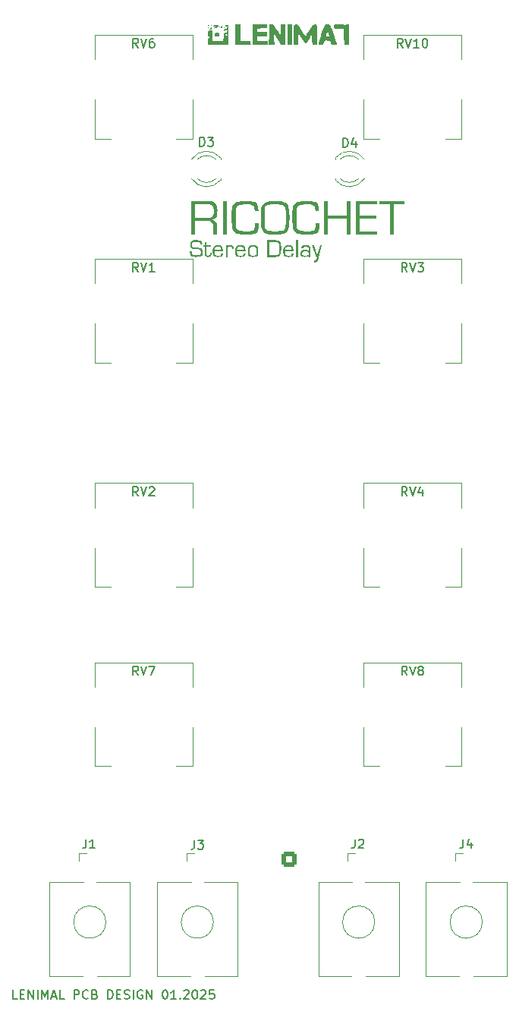
<source format=gto>
G04 #@! TF.GenerationSoftware,KiCad,Pcbnew,8.0.5*
G04 #@! TF.CreationDate,2025-01-12T14:31:15+01:00*
G04 #@! TF.ProjectId,ricochet,7269636f-6368-4657-942e-6b696361645f,rev?*
G04 #@! TF.SameCoordinates,Original*
G04 #@! TF.FileFunction,Legend,Top*
G04 #@! TF.FilePolarity,Positive*
%FSLAX46Y46*%
G04 Gerber Fmt 4.6, Leading zero omitted, Abs format (unit mm)*
G04 Created by KiCad (PCBNEW 8.0.5) date 2025-01-12 14:31:15*
%MOMM*%
%LPD*%
G01*
G04 APERTURE LIST*
G04 Aperture macros list*
%AMRoundRect*
0 Rectangle with rounded corners*
0 $1 Rounding radius*
0 $2 $3 $4 $5 $6 $7 $8 $9 X,Y pos of 4 corners*
0 Add a 4 corners polygon primitive as box body*
4,1,4,$2,$3,$4,$5,$6,$7,$8,$9,$2,$3,0*
0 Add four circle primitives for the rounded corners*
1,1,$1+$1,$2,$3*
1,1,$1+$1,$4,$5*
1,1,$1+$1,$6,$7*
1,1,$1+$1,$8,$9*
0 Add four rect primitives between the rounded corners*
20,1,$1+$1,$2,$3,$4,$5,0*
20,1,$1+$1,$4,$5,$6,$7,0*
20,1,$1+$1,$6,$7,$8,$9,0*
20,1,$1+$1,$8,$9,$2,$3,0*%
G04 Aperture macros list end*
%ADD10C,0.150000*%
%ADD11C,0.000000*%
%ADD12C,0.120000*%
%ADD13C,1.800000*%
%ADD14R,1.800000X1.800000*%
%ADD15O,4.000000X4.000000*%
%ADD16R,1.930000X1.830000*%
%ADD17C,2.130000*%
%ADD18C,2.000000*%
%ADD19C,1.600000*%
%ADD20R,1.600000X1.600000*%
%ADD21R,1.200000X1.200000*%
%ADD22C,1.200000*%
%ADD23RoundRect,0.250000X0.600000X0.600000X-0.600000X0.600000X-0.600000X-0.600000X0.600000X-0.600000X0*%
%ADD24C,1.700000*%
G04 APERTURE END LIST*
D10*
X50912969Y-159569819D02*
X50436779Y-159569819D01*
X50436779Y-159569819D02*
X50436779Y-158569819D01*
X51246303Y-159046009D02*
X51579636Y-159046009D01*
X51722493Y-159569819D02*
X51246303Y-159569819D01*
X51246303Y-159569819D02*
X51246303Y-158569819D01*
X51246303Y-158569819D02*
X51722493Y-158569819D01*
X52151065Y-159569819D02*
X52151065Y-158569819D01*
X52151065Y-158569819D02*
X52722493Y-159569819D01*
X52722493Y-159569819D02*
X52722493Y-158569819D01*
X53198684Y-159569819D02*
X53198684Y-158569819D01*
X53674874Y-159569819D02*
X53674874Y-158569819D01*
X53674874Y-158569819D02*
X54008207Y-159284104D01*
X54008207Y-159284104D02*
X54341540Y-158569819D01*
X54341540Y-158569819D02*
X54341540Y-159569819D01*
X54770112Y-159284104D02*
X55246302Y-159284104D01*
X54674874Y-159569819D02*
X55008207Y-158569819D01*
X55008207Y-158569819D02*
X55341540Y-159569819D01*
X56151064Y-159569819D02*
X55674874Y-159569819D01*
X55674874Y-159569819D02*
X55674874Y-158569819D01*
X57246303Y-159569819D02*
X57246303Y-158569819D01*
X57246303Y-158569819D02*
X57627255Y-158569819D01*
X57627255Y-158569819D02*
X57722493Y-158617438D01*
X57722493Y-158617438D02*
X57770112Y-158665057D01*
X57770112Y-158665057D02*
X57817731Y-158760295D01*
X57817731Y-158760295D02*
X57817731Y-158903152D01*
X57817731Y-158903152D02*
X57770112Y-158998390D01*
X57770112Y-158998390D02*
X57722493Y-159046009D01*
X57722493Y-159046009D02*
X57627255Y-159093628D01*
X57627255Y-159093628D02*
X57246303Y-159093628D01*
X58817731Y-159474580D02*
X58770112Y-159522200D01*
X58770112Y-159522200D02*
X58627255Y-159569819D01*
X58627255Y-159569819D02*
X58532017Y-159569819D01*
X58532017Y-159569819D02*
X58389160Y-159522200D01*
X58389160Y-159522200D02*
X58293922Y-159426961D01*
X58293922Y-159426961D02*
X58246303Y-159331723D01*
X58246303Y-159331723D02*
X58198684Y-159141247D01*
X58198684Y-159141247D02*
X58198684Y-158998390D01*
X58198684Y-158998390D02*
X58246303Y-158807914D01*
X58246303Y-158807914D02*
X58293922Y-158712676D01*
X58293922Y-158712676D02*
X58389160Y-158617438D01*
X58389160Y-158617438D02*
X58532017Y-158569819D01*
X58532017Y-158569819D02*
X58627255Y-158569819D01*
X58627255Y-158569819D02*
X58770112Y-158617438D01*
X58770112Y-158617438D02*
X58817731Y-158665057D01*
X59579636Y-159046009D02*
X59722493Y-159093628D01*
X59722493Y-159093628D02*
X59770112Y-159141247D01*
X59770112Y-159141247D02*
X59817731Y-159236485D01*
X59817731Y-159236485D02*
X59817731Y-159379342D01*
X59817731Y-159379342D02*
X59770112Y-159474580D01*
X59770112Y-159474580D02*
X59722493Y-159522200D01*
X59722493Y-159522200D02*
X59627255Y-159569819D01*
X59627255Y-159569819D02*
X59246303Y-159569819D01*
X59246303Y-159569819D02*
X59246303Y-158569819D01*
X59246303Y-158569819D02*
X59579636Y-158569819D01*
X59579636Y-158569819D02*
X59674874Y-158617438D01*
X59674874Y-158617438D02*
X59722493Y-158665057D01*
X59722493Y-158665057D02*
X59770112Y-158760295D01*
X59770112Y-158760295D02*
X59770112Y-158855533D01*
X59770112Y-158855533D02*
X59722493Y-158950771D01*
X59722493Y-158950771D02*
X59674874Y-158998390D01*
X59674874Y-158998390D02*
X59579636Y-159046009D01*
X59579636Y-159046009D02*
X59246303Y-159046009D01*
X61008208Y-159569819D02*
X61008208Y-158569819D01*
X61008208Y-158569819D02*
X61246303Y-158569819D01*
X61246303Y-158569819D02*
X61389160Y-158617438D01*
X61389160Y-158617438D02*
X61484398Y-158712676D01*
X61484398Y-158712676D02*
X61532017Y-158807914D01*
X61532017Y-158807914D02*
X61579636Y-158998390D01*
X61579636Y-158998390D02*
X61579636Y-159141247D01*
X61579636Y-159141247D02*
X61532017Y-159331723D01*
X61532017Y-159331723D02*
X61484398Y-159426961D01*
X61484398Y-159426961D02*
X61389160Y-159522200D01*
X61389160Y-159522200D02*
X61246303Y-159569819D01*
X61246303Y-159569819D02*
X61008208Y-159569819D01*
X62008208Y-159046009D02*
X62341541Y-159046009D01*
X62484398Y-159569819D02*
X62008208Y-159569819D01*
X62008208Y-159569819D02*
X62008208Y-158569819D01*
X62008208Y-158569819D02*
X62484398Y-158569819D01*
X62865351Y-159522200D02*
X63008208Y-159569819D01*
X63008208Y-159569819D02*
X63246303Y-159569819D01*
X63246303Y-159569819D02*
X63341541Y-159522200D01*
X63341541Y-159522200D02*
X63389160Y-159474580D01*
X63389160Y-159474580D02*
X63436779Y-159379342D01*
X63436779Y-159379342D02*
X63436779Y-159284104D01*
X63436779Y-159284104D02*
X63389160Y-159188866D01*
X63389160Y-159188866D02*
X63341541Y-159141247D01*
X63341541Y-159141247D02*
X63246303Y-159093628D01*
X63246303Y-159093628D02*
X63055827Y-159046009D01*
X63055827Y-159046009D02*
X62960589Y-158998390D01*
X62960589Y-158998390D02*
X62912970Y-158950771D01*
X62912970Y-158950771D02*
X62865351Y-158855533D01*
X62865351Y-158855533D02*
X62865351Y-158760295D01*
X62865351Y-158760295D02*
X62912970Y-158665057D01*
X62912970Y-158665057D02*
X62960589Y-158617438D01*
X62960589Y-158617438D02*
X63055827Y-158569819D01*
X63055827Y-158569819D02*
X63293922Y-158569819D01*
X63293922Y-158569819D02*
X63436779Y-158617438D01*
X63865351Y-159569819D02*
X63865351Y-158569819D01*
X64865350Y-158617438D02*
X64770112Y-158569819D01*
X64770112Y-158569819D02*
X64627255Y-158569819D01*
X64627255Y-158569819D02*
X64484398Y-158617438D01*
X64484398Y-158617438D02*
X64389160Y-158712676D01*
X64389160Y-158712676D02*
X64341541Y-158807914D01*
X64341541Y-158807914D02*
X64293922Y-158998390D01*
X64293922Y-158998390D02*
X64293922Y-159141247D01*
X64293922Y-159141247D02*
X64341541Y-159331723D01*
X64341541Y-159331723D02*
X64389160Y-159426961D01*
X64389160Y-159426961D02*
X64484398Y-159522200D01*
X64484398Y-159522200D02*
X64627255Y-159569819D01*
X64627255Y-159569819D02*
X64722493Y-159569819D01*
X64722493Y-159569819D02*
X64865350Y-159522200D01*
X64865350Y-159522200D02*
X64912969Y-159474580D01*
X64912969Y-159474580D02*
X64912969Y-159141247D01*
X64912969Y-159141247D02*
X64722493Y-159141247D01*
X65341541Y-159569819D02*
X65341541Y-158569819D01*
X65341541Y-158569819D02*
X65912969Y-159569819D01*
X65912969Y-159569819D02*
X65912969Y-158569819D01*
X67341541Y-158569819D02*
X67436779Y-158569819D01*
X67436779Y-158569819D02*
X67532017Y-158617438D01*
X67532017Y-158617438D02*
X67579636Y-158665057D01*
X67579636Y-158665057D02*
X67627255Y-158760295D01*
X67627255Y-158760295D02*
X67674874Y-158950771D01*
X67674874Y-158950771D02*
X67674874Y-159188866D01*
X67674874Y-159188866D02*
X67627255Y-159379342D01*
X67627255Y-159379342D02*
X67579636Y-159474580D01*
X67579636Y-159474580D02*
X67532017Y-159522200D01*
X67532017Y-159522200D02*
X67436779Y-159569819D01*
X67436779Y-159569819D02*
X67341541Y-159569819D01*
X67341541Y-159569819D02*
X67246303Y-159522200D01*
X67246303Y-159522200D02*
X67198684Y-159474580D01*
X67198684Y-159474580D02*
X67151065Y-159379342D01*
X67151065Y-159379342D02*
X67103446Y-159188866D01*
X67103446Y-159188866D02*
X67103446Y-158950771D01*
X67103446Y-158950771D02*
X67151065Y-158760295D01*
X67151065Y-158760295D02*
X67198684Y-158665057D01*
X67198684Y-158665057D02*
X67246303Y-158617438D01*
X67246303Y-158617438D02*
X67341541Y-158569819D01*
X68627255Y-159569819D02*
X68055827Y-159569819D01*
X68341541Y-159569819D02*
X68341541Y-158569819D01*
X68341541Y-158569819D02*
X68246303Y-158712676D01*
X68246303Y-158712676D02*
X68151065Y-158807914D01*
X68151065Y-158807914D02*
X68055827Y-158855533D01*
X69055827Y-159474580D02*
X69103446Y-159522200D01*
X69103446Y-159522200D02*
X69055827Y-159569819D01*
X69055827Y-159569819D02*
X69008208Y-159522200D01*
X69008208Y-159522200D02*
X69055827Y-159474580D01*
X69055827Y-159474580D02*
X69055827Y-159569819D01*
X69484398Y-158665057D02*
X69532017Y-158617438D01*
X69532017Y-158617438D02*
X69627255Y-158569819D01*
X69627255Y-158569819D02*
X69865350Y-158569819D01*
X69865350Y-158569819D02*
X69960588Y-158617438D01*
X69960588Y-158617438D02*
X70008207Y-158665057D01*
X70008207Y-158665057D02*
X70055826Y-158760295D01*
X70055826Y-158760295D02*
X70055826Y-158855533D01*
X70055826Y-158855533D02*
X70008207Y-158998390D01*
X70008207Y-158998390D02*
X69436779Y-159569819D01*
X69436779Y-159569819D02*
X70055826Y-159569819D01*
X70674874Y-158569819D02*
X70770112Y-158569819D01*
X70770112Y-158569819D02*
X70865350Y-158617438D01*
X70865350Y-158617438D02*
X70912969Y-158665057D01*
X70912969Y-158665057D02*
X70960588Y-158760295D01*
X70960588Y-158760295D02*
X71008207Y-158950771D01*
X71008207Y-158950771D02*
X71008207Y-159188866D01*
X71008207Y-159188866D02*
X70960588Y-159379342D01*
X70960588Y-159379342D02*
X70912969Y-159474580D01*
X70912969Y-159474580D02*
X70865350Y-159522200D01*
X70865350Y-159522200D02*
X70770112Y-159569819D01*
X70770112Y-159569819D02*
X70674874Y-159569819D01*
X70674874Y-159569819D02*
X70579636Y-159522200D01*
X70579636Y-159522200D02*
X70532017Y-159474580D01*
X70532017Y-159474580D02*
X70484398Y-159379342D01*
X70484398Y-159379342D02*
X70436779Y-159188866D01*
X70436779Y-159188866D02*
X70436779Y-158950771D01*
X70436779Y-158950771D02*
X70484398Y-158760295D01*
X70484398Y-158760295D02*
X70532017Y-158665057D01*
X70532017Y-158665057D02*
X70579636Y-158617438D01*
X70579636Y-158617438D02*
X70674874Y-158569819D01*
X71389160Y-158665057D02*
X71436779Y-158617438D01*
X71436779Y-158617438D02*
X71532017Y-158569819D01*
X71532017Y-158569819D02*
X71770112Y-158569819D01*
X71770112Y-158569819D02*
X71865350Y-158617438D01*
X71865350Y-158617438D02*
X71912969Y-158665057D01*
X71912969Y-158665057D02*
X71960588Y-158760295D01*
X71960588Y-158760295D02*
X71960588Y-158855533D01*
X71960588Y-158855533D02*
X71912969Y-158998390D01*
X71912969Y-158998390D02*
X71341541Y-159569819D01*
X71341541Y-159569819D02*
X71960588Y-159569819D01*
X72865350Y-158569819D02*
X72389160Y-158569819D01*
X72389160Y-158569819D02*
X72341541Y-159046009D01*
X72341541Y-159046009D02*
X72389160Y-158998390D01*
X72389160Y-158998390D02*
X72484398Y-158950771D01*
X72484398Y-158950771D02*
X72722493Y-158950771D01*
X72722493Y-158950771D02*
X72817731Y-158998390D01*
X72817731Y-158998390D02*
X72865350Y-159046009D01*
X72865350Y-159046009D02*
X72912969Y-159141247D01*
X72912969Y-159141247D02*
X72912969Y-159379342D01*
X72912969Y-159379342D02*
X72865350Y-159474580D01*
X72865350Y-159474580D02*
X72817731Y-159522200D01*
X72817731Y-159522200D02*
X72722493Y-159569819D01*
X72722493Y-159569819D02*
X72484398Y-159569819D01*
X72484398Y-159569819D02*
X72389160Y-159522200D01*
X72389160Y-159522200D02*
X72341541Y-159474580D01*
G36*
X71564480Y-75434424D02*
G01*
X71354431Y-75434424D01*
X71348442Y-75331865D01*
X71321823Y-75231664D01*
X71278715Y-75176503D01*
X71183734Y-75141080D01*
X71078307Y-75127136D01*
X70973868Y-75122274D01*
X70923098Y-75121793D01*
X70824914Y-75123188D01*
X70722332Y-75128546D01*
X70623664Y-75139876D01*
X70521960Y-75165551D01*
X70494207Y-75178946D01*
X70428424Y-75255268D01*
X70402581Y-75352754D01*
X70397976Y-75431981D01*
X70402677Y-75531388D01*
X70424496Y-75632978D01*
X70473203Y-75700648D01*
X70571892Y-75732293D01*
X70684244Y-75748657D01*
X70792951Y-75758446D01*
X70899545Y-75764977D01*
X70922609Y-75766106D01*
X71027161Y-75771861D01*
X71143810Y-75782188D01*
X71244861Y-75795999D01*
X71345531Y-75817168D01*
X71444816Y-75853193D01*
X71479483Y-75874549D01*
X71542337Y-75952077D01*
X71575860Y-76045287D01*
X71592970Y-76149585D01*
X71598557Y-76255876D01*
X71598674Y-76275108D01*
X71595334Y-76374629D01*
X71582512Y-76478723D01*
X71555397Y-76579024D01*
X71508380Y-76665776D01*
X71461898Y-76711325D01*
X71372871Y-76754495D01*
X71261113Y-76782151D01*
X71161937Y-76796123D01*
X71046637Y-76805278D01*
X70942788Y-76809132D01*
X70858129Y-76810000D01*
X70738059Y-76807543D01*
X70631251Y-76800173D01*
X70520586Y-76784842D01*
X70415613Y-76758015D01*
X70327472Y-76715562D01*
X70318841Y-76709371D01*
X70248259Y-76626138D01*
X70210615Y-76530700D01*
X70191401Y-76426155D01*
X70185127Y-76320917D01*
X70184996Y-76301974D01*
X70184019Y-76216001D01*
X70394068Y-76216001D01*
X70394068Y-76260942D01*
X70398861Y-76371065D01*
X70415712Y-76467437D01*
X70461473Y-76555207D01*
X70470760Y-76563314D01*
X70562443Y-76599332D01*
X70661117Y-76614109D01*
X70772100Y-76620978D01*
X70865457Y-76622421D01*
X70972337Y-76620978D01*
X71082521Y-76615437D01*
X71186151Y-76603719D01*
X71287646Y-76577167D01*
X71312909Y-76563314D01*
X71367309Y-76482162D01*
X71390283Y-76375191D01*
X71396601Y-76277264D01*
X71396929Y-76245799D01*
X71390176Y-76144162D01*
X71359199Y-76048170D01*
X71339776Y-76023538D01*
X71251849Y-75979452D01*
X71155129Y-75962036D01*
X71101395Y-75957592D01*
X70881577Y-75946845D01*
X70672993Y-75936099D01*
X70561252Y-75921520D01*
X70464410Y-75893906D01*
X70364308Y-75841055D01*
X70287486Y-75767834D01*
X70233944Y-75674245D01*
X70203681Y-75560285D01*
X70196231Y-75454452D01*
X70201108Y-75344880D01*
X70219127Y-75235496D01*
X70255977Y-75134815D01*
X70318162Y-75052567D01*
X70334961Y-75038750D01*
X70421576Y-74993016D01*
X70525664Y-74963717D01*
X70635905Y-74946567D01*
X70742597Y-74937890D01*
X70862765Y-74934317D01*
X70888415Y-74934214D01*
X70988982Y-74935695D01*
X71101811Y-74941711D01*
X71200329Y-74952353D01*
X71299659Y-74971232D01*
X71400043Y-75006770D01*
X71436496Y-75028981D01*
X71503988Y-75109085D01*
X71539983Y-75203668D01*
X71558355Y-75308667D01*
X71564355Y-75415188D01*
X71564480Y-75434424D01*
G37*
G36*
X72530704Y-75496950D02*
G01*
X72530704Y-75653265D01*
X72025122Y-75653265D01*
X72025122Y-76457313D01*
X72043344Y-76560868D01*
X72113320Y-76634507D01*
X72211723Y-76653684D01*
X72309611Y-76636654D01*
X72382665Y-76563594D01*
X72397348Y-76479295D01*
X72398813Y-76414326D01*
X72401744Y-76341053D01*
X72580041Y-76341053D01*
X72581507Y-76435331D01*
X72572515Y-76543268D01*
X72537985Y-76648643D01*
X72477558Y-76727675D01*
X72391233Y-76780363D01*
X72279011Y-76806707D01*
X72213189Y-76810000D01*
X72103563Y-76802522D01*
X71996539Y-76773808D01*
X71905494Y-76713090D01*
X71850867Y-76623061D01*
X71833030Y-76522562D01*
X71832658Y-76503719D01*
X71832658Y-76457313D01*
X71832658Y-75653265D01*
X71651430Y-75653265D01*
X71651430Y-75496950D01*
X71832658Y-75496950D01*
X71832658Y-75184319D01*
X72025122Y-75184319D01*
X72025122Y-75496950D01*
X72530704Y-75496950D01*
G37*
G36*
X73373666Y-75499705D02*
G01*
X73486277Y-75510284D01*
X73595388Y-75532653D01*
X73690719Y-75571442D01*
X73741660Y-75609790D01*
X73796207Y-75693008D01*
X73829707Y-75800131D01*
X73845575Y-75900950D01*
X73853509Y-76019320D01*
X73854501Y-76085087D01*
X73854501Y-76184738D01*
X72909281Y-76184738D01*
X72911616Y-76290583D01*
X72920245Y-76394534D01*
X72940681Y-76497273D01*
X72975715Y-76570642D01*
X73059435Y-76624408D01*
X73163772Y-76647115D01*
X73272247Y-76653603D01*
X73287369Y-76653684D01*
X73393217Y-76651242D01*
X73496935Y-76641319D01*
X73588764Y-76614605D01*
X73648375Y-76530456D01*
X73658129Y-76446078D01*
X73658129Y-76403579D01*
X73854501Y-76403579D01*
X73855966Y-76450474D01*
X73846113Y-76553389D01*
X73812052Y-76645534D01*
X73746486Y-76719895D01*
X73731402Y-76730376D01*
X73635537Y-76772365D01*
X73532466Y-76794759D01*
X73423046Y-76806189D01*
X73314968Y-76809922D01*
X73295673Y-76810000D01*
X73188347Y-76806863D01*
X73075644Y-76794819D01*
X72966340Y-76769350D01*
X72870673Y-76725188D01*
X72819399Y-76681528D01*
X72764616Y-76586576D01*
X72734403Y-76481737D01*
X72717138Y-76370294D01*
X72708837Y-76262207D01*
X72706071Y-76140286D01*
X72708815Y-76028422D01*
X72912212Y-76028422D01*
X73658129Y-76028422D01*
X73656664Y-75970781D01*
X73651100Y-75870197D01*
X73626370Y-75770225D01*
X73586322Y-75712861D01*
X73494158Y-75672122D01*
X73390317Y-75656990D01*
X73284438Y-75653265D01*
X73177948Y-75657631D01*
X73073687Y-75675367D01*
X72986072Y-75718821D01*
X72981577Y-75723119D01*
X72934159Y-75815937D01*
X72916547Y-75921047D01*
X72912212Y-76028422D01*
X72708815Y-76028422D01*
X72708849Y-76027054D01*
X72717186Y-75926106D01*
X72734525Y-75821182D01*
X72764869Y-75721128D01*
X72819888Y-75627864D01*
X72901418Y-75564580D01*
X73002825Y-75525715D01*
X73113895Y-75505132D01*
X73225694Y-75497461D01*
X73266364Y-75496950D01*
X73373666Y-75499705D01*
G37*
G36*
X74170551Y-75496950D02*
G01*
X74363014Y-75496950D01*
X74343963Y-75649357D01*
X74347871Y-75653265D01*
X74414091Y-75571200D01*
X74498935Y-75512581D01*
X74602403Y-75477411D01*
X74708214Y-75465870D01*
X74724494Y-75465687D01*
X74828912Y-75474906D01*
X74930853Y-75510306D01*
X75007309Y-75572255D01*
X75058279Y-75660755D01*
X75083764Y-75775805D01*
X75086950Y-75843286D01*
X75085484Y-75934633D01*
X74895952Y-75934633D01*
X74899860Y-75900928D01*
X74904256Y-75829120D01*
X74886868Y-75729000D01*
X74818390Y-75651128D01*
X74723722Y-75623823D01*
X74684438Y-75622002D01*
X74575204Y-75636222D01*
X74476329Y-75688755D01*
X74408214Y-75779997D01*
X74374314Y-75889013D01*
X74363328Y-76001584D01*
X74363014Y-76026468D01*
X74363014Y-76810000D01*
X74170551Y-76810000D01*
X74170551Y-75496950D01*
G37*
G36*
X75896206Y-75499705D02*
G01*
X76008817Y-75510284D01*
X76117928Y-75532653D01*
X76213259Y-75571442D01*
X76264200Y-75609790D01*
X76318747Y-75693008D01*
X76352247Y-75800131D01*
X76368115Y-75900950D01*
X76376049Y-76019320D01*
X76377041Y-76085087D01*
X76377041Y-76184738D01*
X75431821Y-76184738D01*
X75434156Y-76290583D01*
X75442785Y-76394534D01*
X75463221Y-76497273D01*
X75498255Y-76570642D01*
X75581975Y-76624408D01*
X75686312Y-76647115D01*
X75794787Y-76653603D01*
X75809909Y-76653684D01*
X75915758Y-76651242D01*
X76019475Y-76641319D01*
X76111304Y-76614605D01*
X76170915Y-76530456D01*
X76180669Y-76446078D01*
X76180669Y-76403579D01*
X76377041Y-76403579D01*
X76378506Y-76450474D01*
X76368653Y-76553389D01*
X76334593Y-76645534D01*
X76269026Y-76719895D01*
X76253942Y-76730376D01*
X76158077Y-76772365D01*
X76055006Y-76794759D01*
X75945586Y-76806189D01*
X75837508Y-76809922D01*
X75818213Y-76810000D01*
X75710887Y-76806863D01*
X75598184Y-76794819D01*
X75488880Y-76769350D01*
X75393213Y-76725188D01*
X75341939Y-76681528D01*
X75287157Y-76586576D01*
X75256943Y-76481737D01*
X75239678Y-76370294D01*
X75231378Y-76262207D01*
X75228611Y-76140286D01*
X75231356Y-76028422D01*
X75434752Y-76028422D01*
X76180669Y-76028422D01*
X76179204Y-75970781D01*
X76173640Y-75870197D01*
X76148910Y-75770225D01*
X76108862Y-75712861D01*
X76016699Y-75672122D01*
X75912857Y-75656990D01*
X75806978Y-75653265D01*
X75700488Y-75657631D01*
X75596227Y-75675367D01*
X75508612Y-75718821D01*
X75504117Y-75723119D01*
X75456699Y-75815937D01*
X75439087Y-75921047D01*
X75434752Y-76028422D01*
X75231356Y-76028422D01*
X75231390Y-76027054D01*
X75239726Y-75926106D01*
X75257065Y-75821182D01*
X75287409Y-75721128D01*
X75342428Y-75627864D01*
X75423958Y-75564580D01*
X75525365Y-75525715D01*
X75636435Y-75505132D01*
X75748234Y-75497461D01*
X75788904Y-75496950D01*
X75896206Y-75499705D01*
G37*
G36*
X77324377Y-75499955D02*
G01*
X77437034Y-75511496D01*
X77545720Y-75535899D01*
X77639936Y-75578214D01*
X77689602Y-75620048D01*
X77742023Y-75711814D01*
X77770935Y-75814710D01*
X77787455Y-75924860D01*
X77795398Y-76032131D01*
X77798046Y-76153475D01*
X77796351Y-76251683D01*
X77789467Y-76361800D01*
X77774218Y-76475396D01*
X77746789Y-76582356D01*
X77702734Y-76670878D01*
X77689602Y-76687390D01*
X77608355Y-76746659D01*
X77502140Y-76783059D01*
X77401481Y-76800301D01*
X77303851Y-76808084D01*
X77216748Y-76810000D01*
X77109541Y-76807006D01*
X76997296Y-76795511D01*
X76888960Y-76771205D01*
X76794973Y-76729058D01*
X76745359Y-76687390D01*
X76692937Y-76595388D01*
X76664026Y-76492362D01*
X76647505Y-76382138D01*
X76639563Y-76274831D01*
X76636915Y-76153475D01*
X76838660Y-76153475D01*
X76840150Y-76253106D01*
X76845875Y-76356009D01*
X76857980Y-76453098D01*
X76885409Y-76548896D01*
X76899720Y-76573084D01*
X76990455Y-76628182D01*
X77088184Y-76647308D01*
X77200940Y-76653605D01*
X77216748Y-76653684D01*
X77319787Y-76649827D01*
X77424720Y-76633534D01*
X77516426Y-76591975D01*
X77534752Y-76573084D01*
X77571961Y-76476295D01*
X77587226Y-76371393D01*
X77593666Y-76271518D01*
X77595812Y-76153475D01*
X77594322Y-76053843D01*
X77588597Y-75950941D01*
X77576492Y-75853852D01*
X77549063Y-75758053D01*
X77534752Y-75733866D01*
X77443830Y-75678768D01*
X77345784Y-75659641D01*
X77248100Y-75653580D01*
X77216748Y-75653265D01*
X77114089Y-75657122D01*
X77009508Y-75673415D01*
X76918031Y-75714975D01*
X76899720Y-75733866D01*
X76862511Y-75830654D01*
X76847246Y-75935557D01*
X76840806Y-76035431D01*
X76838660Y-76153475D01*
X76636915Y-76153475D01*
X76638609Y-76055274D01*
X76645493Y-75945188D01*
X76660743Y-75831661D01*
X76688172Y-75724825D01*
X76732227Y-75636500D01*
X76745359Y-75620048D01*
X76826490Y-75560543D01*
X76932407Y-75523998D01*
X77032723Y-75506687D01*
X77150932Y-75498032D01*
X77216748Y-75496950D01*
X77324377Y-75499955D01*
G37*
G36*
X79787409Y-74938544D02*
G01*
X79894161Y-74951531D01*
X80005512Y-74978545D01*
X80098592Y-75018026D01*
X80184090Y-75079846D01*
X80213119Y-75111535D01*
X80268888Y-75204633D01*
X80305788Y-75309139D01*
X80328850Y-75413648D01*
X80344924Y-75533995D01*
X80352751Y-75641675D01*
X80356105Y-75759492D01*
X80356245Y-75790530D01*
X80355129Y-75901364D01*
X80351780Y-76005070D01*
X80343842Y-76132260D01*
X80331935Y-76246779D01*
X80316060Y-76348629D01*
X80290633Y-76458123D01*
X80251936Y-76563384D01*
X80229239Y-76605324D01*
X80161542Y-76685075D01*
X80069582Y-76745239D01*
X79971448Y-76781217D01*
X79855488Y-76802804D01*
X79745238Y-76809800D01*
X79721702Y-76810000D01*
X78799930Y-76810000D01*
X78799930Y-76622421D01*
X79011444Y-76622421D01*
X79622540Y-76622421D01*
X79721885Y-76619177D01*
X79825703Y-76606721D01*
X79925597Y-76580381D01*
X80020441Y-76527830D01*
X80056803Y-76489553D01*
X80104030Y-76388690D01*
X80126928Y-76292725D01*
X80140762Y-76195202D01*
X80149826Y-76081722D01*
X80153642Y-75979449D01*
X80154501Y-75896043D01*
X80153180Y-75775448D01*
X80149219Y-75666454D01*
X80140553Y-75546527D01*
X80127762Y-75444728D01*
X80106965Y-75346496D01*
X80069993Y-75256127D01*
X79994182Y-75185287D01*
X79900423Y-75147505D01*
X79794241Y-75128221D01*
X79685294Y-75121924D01*
X79665526Y-75121793D01*
X79011444Y-75121793D01*
X79011444Y-76622421D01*
X78799930Y-76622421D01*
X78799930Y-74934214D01*
X79667969Y-74934214D01*
X79787409Y-74938544D01*
G37*
G36*
X81248055Y-75499705D02*
G01*
X81360667Y-75510284D01*
X81469777Y-75532653D01*
X81565108Y-75571442D01*
X81616050Y-75609790D01*
X81670597Y-75693008D01*
X81704096Y-75800131D01*
X81719964Y-75900950D01*
X81727898Y-76019320D01*
X81728890Y-76085087D01*
X81728890Y-76184738D01*
X80783670Y-76184738D01*
X80786006Y-76290583D01*
X80794634Y-76394534D01*
X80815071Y-76497273D01*
X80850104Y-76570642D01*
X80933824Y-76624408D01*
X81038162Y-76647115D01*
X81146636Y-76653603D01*
X81161758Y-76653684D01*
X81267607Y-76651242D01*
X81371324Y-76641319D01*
X81463154Y-76614605D01*
X81522764Y-76530456D01*
X81532519Y-76446078D01*
X81532519Y-76403579D01*
X81728890Y-76403579D01*
X81730355Y-76450474D01*
X81720502Y-76553389D01*
X81686442Y-76645534D01*
X81620875Y-76719895D01*
X81605792Y-76730376D01*
X81509926Y-76772365D01*
X81406856Y-76794759D01*
X81297435Y-76806189D01*
X81189357Y-76809922D01*
X81170062Y-76810000D01*
X81062736Y-76806863D01*
X80950033Y-76794819D01*
X80840729Y-76769350D01*
X80745063Y-76725188D01*
X80693789Y-76681528D01*
X80639006Y-76586576D01*
X80608792Y-76481737D01*
X80591527Y-76370294D01*
X80583227Y-76262207D01*
X80580460Y-76140286D01*
X80583205Y-76028422D01*
X80786601Y-76028422D01*
X81532519Y-76028422D01*
X81531053Y-75970781D01*
X81525489Y-75870197D01*
X81500759Y-75770225D01*
X81460711Y-75712861D01*
X81368548Y-75672122D01*
X81264706Y-75656990D01*
X81158827Y-75653265D01*
X81052337Y-75657631D01*
X80948076Y-75675367D01*
X80860462Y-75718821D01*
X80855966Y-75723119D01*
X80808549Y-75815937D01*
X80790936Y-75921047D01*
X80786601Y-76028422D01*
X80583205Y-76028422D01*
X80583239Y-76027054D01*
X80591575Y-75926106D01*
X80608914Y-75821182D01*
X80639258Y-75721128D01*
X80694277Y-75627864D01*
X80775808Y-75564580D01*
X80877214Y-75525715D01*
X80988285Y-75505132D01*
X81100083Y-75497461D01*
X81140753Y-75496950D01*
X81248055Y-75499705D01*
G37*
G36*
X82218353Y-74934214D02*
G01*
X82218353Y-76810000D01*
X82025889Y-76810000D01*
X82025889Y-74934214D01*
X82218353Y-74934214D01*
G37*
G36*
X83188491Y-75500264D02*
G01*
X83289258Y-75510208D01*
X83387850Y-75530187D01*
X83484591Y-75569131D01*
X83516748Y-75591228D01*
X83582382Y-75676131D01*
X83615819Y-75775478D01*
X83630229Y-75886365D01*
X83632030Y-75949776D01*
X83632030Y-76810000D01*
X83439567Y-76810000D01*
X83454710Y-76669804D01*
X83450802Y-76668339D01*
X83371049Y-76736817D01*
X83270055Y-76778873D01*
X83158443Y-76801146D01*
X83045512Y-76809446D01*
X83004326Y-76810000D01*
X82887662Y-76804038D01*
X82786553Y-76786155D01*
X82682041Y-76747036D01*
X82601835Y-76689288D01*
X82537670Y-76595402D01*
X82510934Y-76496672D01*
X82506559Y-76428492D01*
X82507630Y-76412372D01*
X82708792Y-76412372D01*
X82719676Y-76515075D01*
X82770681Y-76603243D01*
X82774738Y-76606301D01*
X82866400Y-76640311D01*
X82971548Y-76652018D01*
X83042428Y-76653684D01*
X83159653Y-76648127D01*
X83257009Y-76631454D01*
X83359928Y-76589440D01*
X83429865Y-76514747D01*
X83449337Y-76426050D01*
X83436276Y-76325555D01*
X83379785Y-76240606D01*
X83370202Y-76234075D01*
X83272776Y-76200348D01*
X83168152Y-76187821D01*
X83063433Y-76184738D01*
X82962438Y-76187424D01*
X82863329Y-76198339D01*
X82775226Y-76227725D01*
X82719756Y-76313558D01*
X82708792Y-76412372D01*
X82507630Y-76412372D01*
X82513520Y-76323712D01*
X82537992Y-76226854D01*
X82591830Y-76138698D01*
X82617934Y-76114884D01*
X82705098Y-76069289D01*
X82800109Y-76044972D01*
X82901675Y-76032560D01*
X83002426Y-76028507D01*
X83020446Y-76028422D01*
X83121902Y-76031428D01*
X83225767Y-76042968D01*
X83322284Y-76067371D01*
X83407361Y-76116058D01*
X83435659Y-76151521D01*
X83439567Y-76150055D01*
X83439567Y-75992274D01*
X83434660Y-75884336D01*
X83415333Y-75784630D01*
X83377529Y-75716280D01*
X83287412Y-75671050D01*
X83180124Y-75655481D01*
X83106908Y-75653265D01*
X83004882Y-75657738D01*
X82905277Y-75674911D01*
X82811205Y-75717844D01*
X82755869Y-75803711D01*
X82752756Y-75836448D01*
X82754221Y-75872107D01*
X82563224Y-75872107D01*
X82569696Y-75770105D01*
X82595990Y-75668277D01*
X82654242Y-75583738D01*
X82666782Y-75573642D01*
X82761692Y-75529979D01*
X82860084Y-75509607D01*
X82966463Y-75499646D01*
X83072714Y-75496950D01*
X83188491Y-75500264D01*
G37*
G36*
X84912840Y-75496950D02*
G01*
X84540614Y-76889134D01*
X84510520Y-76993101D01*
X84473892Y-77097988D01*
X84430027Y-77196219D01*
X84378125Y-77279140D01*
X84366224Y-77293600D01*
X84291039Y-77356454D01*
X84196460Y-77393217D01*
X84093649Y-77403998D01*
X84001814Y-77389344D01*
X84001814Y-77230097D01*
X84069225Y-77247683D01*
X84166611Y-77221183D01*
X84238816Y-77141194D01*
X84285382Y-77038871D01*
X84300279Y-76991716D01*
X84337404Y-76860314D01*
X84349616Y-76810000D01*
X84276343Y-76810000D01*
X83801046Y-75496950D01*
X84005722Y-75496950D01*
X84207955Y-76082156D01*
X84309560Y-76373293D01*
X84358897Y-76520327D01*
X84409699Y-76665896D01*
X84415561Y-76665896D01*
X84451221Y-76520327D01*
X84485415Y-76373293D01*
X84559665Y-76082156D01*
X84708164Y-75496950D01*
X84912840Y-75496950D01*
G37*
G36*
X72357683Y-70576879D02*
G01*
X72575817Y-70608094D01*
X72783210Y-70671933D01*
X72963100Y-70779661D01*
X72995394Y-70808764D01*
X73114877Y-70971928D01*
X73188257Y-71163933D01*
X73227119Y-71368203D01*
X73241602Y-71570230D01*
X73242568Y-71643098D01*
X73236116Y-71856243D01*
X73212944Y-72062857D01*
X73160279Y-72265655D01*
X73107745Y-72370942D01*
X72957893Y-72514407D01*
X72768126Y-72598271D01*
X72593859Y-72637655D01*
X72593859Y-72646448D01*
X72796389Y-72685397D01*
X72979715Y-72787618D01*
X73106005Y-72950988D01*
X73168860Y-73139688D01*
X73189811Y-73373314D01*
X73189811Y-74320000D01*
X72766782Y-74320000D01*
X72766782Y-73468080D01*
X72746793Y-73247621D01*
X72672942Y-73048067D01*
X72521908Y-72896026D01*
X72331450Y-72829508D01*
X72198185Y-72819371D01*
X72058478Y-72819371D01*
X70780600Y-72819371D01*
X70780600Y-74320000D01*
X70357571Y-74320000D01*
X70357571Y-72444214D01*
X70780600Y-72444214D01*
X72002791Y-72444214D01*
X72199640Y-72437249D01*
X72409455Y-72407822D01*
X72599779Y-72340582D01*
X72662247Y-72298646D01*
X72776106Y-72137965D01*
X72827110Y-71935762D01*
X72838101Y-71750565D01*
X72831837Y-71547605D01*
X72805373Y-71335840D01*
X72737870Y-71139561D01*
X72707187Y-71095994D01*
X72536271Y-70991809D01*
X72344120Y-70953112D01*
X72148360Y-70943586D01*
X70780600Y-70943586D01*
X70780600Y-72444214D01*
X70357571Y-72444214D01*
X70357571Y-70568429D01*
X72143475Y-70568429D01*
X72357683Y-70576879D01*
G37*
G36*
X74266434Y-70568429D02*
G01*
X74266434Y-74320000D01*
X73843405Y-74320000D01*
X73843405Y-70568429D01*
X74266434Y-70568429D01*
G37*
G36*
X77439637Y-73069476D02*
G01*
X77859734Y-73069476D01*
X77859734Y-73213091D01*
X77853366Y-73430376D01*
X77828911Y-73655416D01*
X77777199Y-73868734D01*
X77687532Y-74047611D01*
X77598883Y-74136329D01*
X77418998Y-74216685D01*
X77219169Y-74261885D01*
X77010141Y-74289687D01*
X76815098Y-74305471D01*
X76595325Y-74315515D01*
X76350823Y-74319820D01*
X76285833Y-74320000D01*
X76060870Y-74314855D01*
X75857370Y-74299422D01*
X75633177Y-74265662D01*
X75442520Y-74215826D01*
X75257998Y-74134802D01*
X75103758Y-74011016D01*
X75087090Y-73990760D01*
X74987733Y-73803561D01*
X74921994Y-73575087D01*
X74880907Y-73336731D01*
X74857001Y-73114653D01*
X74841064Y-72864671D01*
X74834341Y-72658871D01*
X74832100Y-72437376D01*
X74833001Y-72209589D01*
X74835703Y-72003967D01*
X74841613Y-71778109D01*
X74852421Y-71552795D01*
X74870152Y-71352960D01*
X74889741Y-71235701D01*
X74972047Y-71043740D01*
X75110991Y-70882288D01*
X75219958Y-70795087D01*
X75394688Y-70706770D01*
X75600790Y-70648335D01*
X75812266Y-70611813D01*
X76007446Y-70590564D01*
X76225738Y-70576398D01*
X76467142Y-70569315D01*
X76596510Y-70568429D01*
X76809154Y-70573677D01*
X77034102Y-70593827D01*
X77254867Y-70636436D01*
X77452215Y-70710319D01*
X77561758Y-70783363D01*
X77693134Y-70956909D01*
X77763201Y-71152212D01*
X77798965Y-71364275D01*
X77810642Y-71576629D01*
X77810886Y-71614766D01*
X77812840Y-71693900D01*
X77392742Y-71693900D01*
X77389811Y-71589364D01*
X77378142Y-71381267D01*
X77332185Y-71190104D01*
X77242288Y-71060823D01*
X77043376Y-70980681D01*
X76840850Y-70952860D01*
X76642939Y-70944044D01*
X76579902Y-70943586D01*
X76364266Y-70945861D01*
X76125719Y-70955101D01*
X75921614Y-70971449D01*
X75722151Y-71000449D01*
X75533352Y-71055037D01*
X75472016Y-71089155D01*
X75357990Y-71250303D01*
X75304791Y-71444216D01*
X75278778Y-71666885D01*
X75271737Y-71897110D01*
X75272922Y-72171615D01*
X75276477Y-72423965D01*
X75282402Y-72654162D01*
X75290696Y-72862206D01*
X75305443Y-73105136D01*
X75324402Y-73308681D01*
X75354026Y-73507730D01*
X75406559Y-73683014D01*
X75554364Y-73821088D01*
X75764108Y-73894727D01*
X75974790Y-73928478D01*
X76185306Y-73942541D01*
X76326866Y-73944842D01*
X76546427Y-73942195D01*
X76773756Y-73932028D01*
X76989138Y-73910530D01*
X77187198Y-73867640D01*
X77258897Y-73836399D01*
X77385789Y-73678679D01*
X77435639Y-73466600D01*
X77444521Y-73291249D01*
X77439637Y-73069476D01*
G37*
G36*
X79945828Y-70573192D02*
G01*
X80174241Y-70587480D01*
X80377771Y-70611294D01*
X80597194Y-70654456D01*
X80809181Y-70725897D01*
X80985741Y-70836333D01*
X81022191Y-70873244D01*
X81126115Y-71049884D01*
X81194877Y-71270871D01*
X81237853Y-71504089D01*
X81262858Y-71722778D01*
X81279527Y-71970013D01*
X81286560Y-72174172D01*
X81288904Y-72394389D01*
X81286654Y-72631401D01*
X81279905Y-72850776D01*
X81268657Y-73052514D01*
X81246659Y-73294062D01*
X81216663Y-73504256D01*
X81167920Y-73722906D01*
X81092930Y-73920617D01*
X81032937Y-74013230D01*
X80853541Y-74147442D01*
X80650873Y-74222936D01*
X80437380Y-74269371D01*
X80237391Y-74295734D01*
X80011451Y-74312510D01*
X79759560Y-74319700D01*
X79692533Y-74320000D01*
X79435452Y-74315221D01*
X79203986Y-74300887D01*
X78998135Y-74276997D01*
X78776842Y-74233697D01*
X78564122Y-74162027D01*
X78388791Y-74051237D01*
X78353105Y-74014207D01*
X78251845Y-73834095D01*
X78184846Y-73605964D01*
X78142972Y-73363854D01*
X78118609Y-73136128D01*
X78102367Y-72878146D01*
X78095515Y-72664805D01*
X78093317Y-72443237D01*
X78497697Y-72443237D01*
X78499019Y-72645173D01*
X78504896Y-72888988D01*
X78515475Y-73103739D01*
X78535310Y-73331304D01*
X78568809Y-73544437D01*
X78638894Y-73741518D01*
X78648150Y-73754333D01*
X78839649Y-73862797D01*
X79052513Y-73908378D01*
X79247893Y-73929773D01*
X79479385Y-73941866D01*
X79690579Y-73944842D01*
X79902215Y-73941866D01*
X80134131Y-73929773D01*
X80329793Y-73908378D01*
X80542811Y-73862797D01*
X80723856Y-73766054D01*
X80733984Y-73754333D01*
X80813840Y-73544437D01*
X80847557Y-73331304D01*
X80867521Y-73103739D01*
X80878169Y-72888988D01*
X80884084Y-72645173D01*
X80885415Y-72443237D01*
X80885415Y-72206810D01*
X80882484Y-71865847D01*
X80875134Y-71656653D01*
X80847979Y-71451489D01*
X80783665Y-71249256D01*
X80673412Y-71105764D01*
X80488016Y-71020240D01*
X80292389Y-70979221D01*
X80081547Y-70956415D01*
X79875409Y-70946120D01*
X79690579Y-70943586D01*
X79479385Y-70946563D01*
X79247893Y-70958656D01*
X79052513Y-70980051D01*
X78839649Y-71025632D01*
X78658337Y-71122375D01*
X78648150Y-71134096D01*
X78568809Y-71343801D01*
X78535310Y-71556636D01*
X78515475Y-71783849D01*
X78504896Y-71998248D01*
X78499019Y-72241651D01*
X78497697Y-72443237D01*
X78093317Y-72443237D01*
X78093230Y-72434445D01*
X78093230Y-72174570D01*
X78099092Y-71825792D01*
X78107297Y-71610185D01*
X78138805Y-71381116D01*
X78193942Y-71184401D01*
X78288136Y-70995793D01*
X78435170Y-70834166D01*
X78610542Y-70730622D01*
X78805287Y-70662112D01*
X78998902Y-70619293D01*
X79220996Y-70589450D01*
X79419176Y-70574917D01*
X79635583Y-70568689D01*
X79692533Y-70568429D01*
X79945828Y-70573192D01*
G37*
G36*
X84212002Y-73069476D02*
G01*
X84632100Y-73069476D01*
X84632100Y-73213091D01*
X84625732Y-73430376D01*
X84601277Y-73655416D01*
X84549565Y-73868734D01*
X84459897Y-74047611D01*
X84371249Y-74136329D01*
X84191364Y-74216685D01*
X83991535Y-74261885D01*
X83782507Y-74289687D01*
X83587464Y-74305471D01*
X83367691Y-74315515D01*
X83123189Y-74319820D01*
X83058199Y-74320000D01*
X82833236Y-74314855D01*
X82629736Y-74299422D01*
X82405543Y-74265662D01*
X82214886Y-74215826D01*
X82030364Y-74134802D01*
X81876124Y-74011016D01*
X81859455Y-73990760D01*
X81760099Y-73803561D01*
X81694359Y-73575087D01*
X81653272Y-73336731D01*
X81629367Y-73114653D01*
X81613430Y-72864671D01*
X81606707Y-72658871D01*
X81604466Y-72437376D01*
X81605366Y-72209589D01*
X81608068Y-72003967D01*
X81613979Y-71778109D01*
X81624786Y-71552795D01*
X81642518Y-71352960D01*
X81662107Y-71235701D01*
X81744413Y-71043740D01*
X81883357Y-70882288D01*
X81992323Y-70795087D01*
X82167053Y-70706770D01*
X82373156Y-70648335D01*
X82584631Y-70611813D01*
X82779812Y-70590564D01*
X82998104Y-70576398D01*
X83239507Y-70569315D01*
X83368876Y-70568429D01*
X83581520Y-70573677D01*
X83806468Y-70593827D01*
X84027233Y-70636436D01*
X84224581Y-70710319D01*
X84334124Y-70783363D01*
X84465500Y-70956909D01*
X84535567Y-71152212D01*
X84571330Y-71364275D01*
X84583008Y-71576629D01*
X84583251Y-71614766D01*
X84585205Y-71693900D01*
X84165108Y-71693900D01*
X84162177Y-71589364D01*
X84150507Y-71381267D01*
X84104551Y-71190104D01*
X84014654Y-71060823D01*
X83815741Y-70980681D01*
X83613216Y-70952860D01*
X83415305Y-70944044D01*
X83352267Y-70943586D01*
X83136632Y-70945861D01*
X82898085Y-70955101D01*
X82693980Y-70971449D01*
X82494517Y-71000449D01*
X82305717Y-71055037D01*
X82244382Y-71089155D01*
X82130356Y-71250303D01*
X82077157Y-71444216D01*
X82051144Y-71666885D01*
X82044103Y-71897110D01*
X82045288Y-72171615D01*
X82048843Y-72423965D01*
X82054767Y-72654162D01*
X82063062Y-72862206D01*
X82077808Y-73105136D01*
X82096768Y-73308681D01*
X82126392Y-73507730D01*
X82178925Y-73683014D01*
X82326730Y-73821088D01*
X82536473Y-73894727D01*
X82747156Y-73928478D01*
X82957672Y-73942541D01*
X83099232Y-73944842D01*
X83318793Y-73942195D01*
X83546122Y-73932028D01*
X83761504Y-73910530D01*
X83959564Y-73867640D01*
X84031263Y-73836399D01*
X84158154Y-73678679D01*
X84208005Y-73466600D01*
X84216887Y-73291249D01*
X84212002Y-73069476D01*
G37*
G36*
X88132588Y-70568429D02*
G01*
X88132588Y-74320000D01*
X87709560Y-74320000D01*
X87709560Y-72569267D01*
X85517236Y-72569267D01*
X85517236Y-74320000D01*
X85094207Y-74320000D01*
X85094207Y-70568429D01*
X85517236Y-70568429D01*
X85517236Y-72194110D01*
X87709560Y-72194110D01*
X87709560Y-70568429D01*
X88132588Y-70568429D01*
G37*
G36*
X89097836Y-70943586D02*
G01*
X89097836Y-72194110D01*
X91001953Y-72194110D01*
X91001953Y-72569267D01*
X89097836Y-72569267D01*
X89097836Y-73944842D01*
X91084996Y-73944842D01*
X91084996Y-74320000D01*
X88674808Y-74320000D01*
X88674808Y-70568429D01*
X91084996Y-70568429D01*
X91084996Y-70943586D01*
X89097836Y-70943586D01*
G37*
G36*
X92919748Y-70943586D02*
G01*
X92919748Y-74320000D01*
X92496720Y-74320000D01*
X92496720Y-70943586D01*
X91274528Y-70943586D01*
X91274528Y-70568429D01*
X94132170Y-70568429D01*
X94132170Y-70943586D01*
X92919748Y-70943586D01*
G37*
X64404761Y-103454819D02*
X64071428Y-102978628D01*
X63833333Y-103454819D02*
X63833333Y-102454819D01*
X63833333Y-102454819D02*
X64214285Y-102454819D01*
X64214285Y-102454819D02*
X64309523Y-102502438D01*
X64309523Y-102502438D02*
X64357142Y-102550057D01*
X64357142Y-102550057D02*
X64404761Y-102645295D01*
X64404761Y-102645295D02*
X64404761Y-102788152D01*
X64404761Y-102788152D02*
X64357142Y-102883390D01*
X64357142Y-102883390D02*
X64309523Y-102931009D01*
X64309523Y-102931009D02*
X64214285Y-102978628D01*
X64214285Y-102978628D02*
X63833333Y-102978628D01*
X64690476Y-102454819D02*
X65023809Y-103454819D01*
X65023809Y-103454819D02*
X65357142Y-102454819D01*
X65642857Y-102550057D02*
X65690476Y-102502438D01*
X65690476Y-102502438D02*
X65785714Y-102454819D01*
X65785714Y-102454819D02*
X66023809Y-102454819D01*
X66023809Y-102454819D02*
X66119047Y-102502438D01*
X66119047Y-102502438D02*
X66166666Y-102550057D01*
X66166666Y-102550057D02*
X66214285Y-102645295D01*
X66214285Y-102645295D02*
X66214285Y-102740533D01*
X66214285Y-102740533D02*
X66166666Y-102883390D01*
X66166666Y-102883390D02*
X65595238Y-103454819D01*
X65595238Y-103454819D02*
X66214285Y-103454819D01*
X64404761Y-123454819D02*
X64071428Y-122978628D01*
X63833333Y-123454819D02*
X63833333Y-122454819D01*
X63833333Y-122454819D02*
X64214285Y-122454819D01*
X64214285Y-122454819D02*
X64309523Y-122502438D01*
X64309523Y-122502438D02*
X64357142Y-122550057D01*
X64357142Y-122550057D02*
X64404761Y-122645295D01*
X64404761Y-122645295D02*
X64404761Y-122788152D01*
X64404761Y-122788152D02*
X64357142Y-122883390D01*
X64357142Y-122883390D02*
X64309523Y-122931009D01*
X64309523Y-122931009D02*
X64214285Y-122978628D01*
X64214285Y-122978628D02*
X63833333Y-122978628D01*
X64690476Y-122454819D02*
X65023809Y-123454819D01*
X65023809Y-123454819D02*
X65357142Y-122454819D01*
X65595238Y-122454819D02*
X66261904Y-122454819D01*
X66261904Y-122454819D02*
X65833333Y-123454819D01*
X70666666Y-141854819D02*
X70666666Y-142569104D01*
X70666666Y-142569104D02*
X70619047Y-142711961D01*
X70619047Y-142711961D02*
X70523809Y-142807200D01*
X70523809Y-142807200D02*
X70380952Y-142854819D01*
X70380952Y-142854819D02*
X70285714Y-142854819D01*
X71047619Y-141854819D02*
X71666666Y-141854819D01*
X71666666Y-141854819D02*
X71333333Y-142235771D01*
X71333333Y-142235771D02*
X71476190Y-142235771D01*
X71476190Y-142235771D02*
X71571428Y-142283390D01*
X71571428Y-142283390D02*
X71619047Y-142331009D01*
X71619047Y-142331009D02*
X71666666Y-142426247D01*
X71666666Y-142426247D02*
X71666666Y-142664342D01*
X71666666Y-142664342D02*
X71619047Y-142759580D01*
X71619047Y-142759580D02*
X71571428Y-142807200D01*
X71571428Y-142807200D02*
X71476190Y-142854819D01*
X71476190Y-142854819D02*
X71190476Y-142854819D01*
X71190476Y-142854819D02*
X71095238Y-142807200D01*
X71095238Y-142807200D02*
X71047619Y-142759580D01*
X71261905Y-64454819D02*
X71261905Y-63454819D01*
X71261905Y-63454819D02*
X71500000Y-63454819D01*
X71500000Y-63454819D02*
X71642857Y-63502438D01*
X71642857Y-63502438D02*
X71738095Y-63597676D01*
X71738095Y-63597676D02*
X71785714Y-63692914D01*
X71785714Y-63692914D02*
X71833333Y-63883390D01*
X71833333Y-63883390D02*
X71833333Y-64026247D01*
X71833333Y-64026247D02*
X71785714Y-64216723D01*
X71785714Y-64216723D02*
X71738095Y-64311961D01*
X71738095Y-64311961D02*
X71642857Y-64407200D01*
X71642857Y-64407200D02*
X71500000Y-64454819D01*
X71500000Y-64454819D02*
X71261905Y-64454819D01*
X72166667Y-63454819D02*
X72785714Y-63454819D01*
X72785714Y-63454819D02*
X72452381Y-63835771D01*
X72452381Y-63835771D02*
X72595238Y-63835771D01*
X72595238Y-63835771D02*
X72690476Y-63883390D01*
X72690476Y-63883390D02*
X72738095Y-63931009D01*
X72738095Y-63931009D02*
X72785714Y-64026247D01*
X72785714Y-64026247D02*
X72785714Y-64264342D01*
X72785714Y-64264342D02*
X72738095Y-64359580D01*
X72738095Y-64359580D02*
X72690476Y-64407200D01*
X72690476Y-64407200D02*
X72595238Y-64454819D01*
X72595238Y-64454819D02*
X72309524Y-64454819D01*
X72309524Y-64454819D02*
X72214286Y-64407200D01*
X72214286Y-64407200D02*
X72166667Y-64359580D01*
X88566666Y-141754819D02*
X88566666Y-142469104D01*
X88566666Y-142469104D02*
X88519047Y-142611961D01*
X88519047Y-142611961D02*
X88423809Y-142707200D01*
X88423809Y-142707200D02*
X88280952Y-142754819D01*
X88280952Y-142754819D02*
X88185714Y-142754819D01*
X88995238Y-141850057D02*
X89042857Y-141802438D01*
X89042857Y-141802438D02*
X89138095Y-141754819D01*
X89138095Y-141754819D02*
X89376190Y-141754819D01*
X89376190Y-141754819D02*
X89471428Y-141802438D01*
X89471428Y-141802438D02*
X89519047Y-141850057D01*
X89519047Y-141850057D02*
X89566666Y-141945295D01*
X89566666Y-141945295D02*
X89566666Y-142040533D01*
X89566666Y-142040533D02*
X89519047Y-142183390D01*
X89519047Y-142183390D02*
X88947619Y-142754819D01*
X88947619Y-142754819D02*
X89566666Y-142754819D01*
X94404761Y-123454819D02*
X94071428Y-122978628D01*
X93833333Y-123454819D02*
X93833333Y-122454819D01*
X93833333Y-122454819D02*
X94214285Y-122454819D01*
X94214285Y-122454819D02*
X94309523Y-122502438D01*
X94309523Y-122502438D02*
X94357142Y-122550057D01*
X94357142Y-122550057D02*
X94404761Y-122645295D01*
X94404761Y-122645295D02*
X94404761Y-122788152D01*
X94404761Y-122788152D02*
X94357142Y-122883390D01*
X94357142Y-122883390D02*
X94309523Y-122931009D01*
X94309523Y-122931009D02*
X94214285Y-122978628D01*
X94214285Y-122978628D02*
X93833333Y-122978628D01*
X94690476Y-122454819D02*
X95023809Y-123454819D01*
X95023809Y-123454819D02*
X95357142Y-122454819D01*
X95833333Y-122883390D02*
X95738095Y-122835771D01*
X95738095Y-122835771D02*
X95690476Y-122788152D01*
X95690476Y-122788152D02*
X95642857Y-122692914D01*
X95642857Y-122692914D02*
X95642857Y-122645295D01*
X95642857Y-122645295D02*
X95690476Y-122550057D01*
X95690476Y-122550057D02*
X95738095Y-122502438D01*
X95738095Y-122502438D02*
X95833333Y-122454819D01*
X95833333Y-122454819D02*
X96023809Y-122454819D01*
X96023809Y-122454819D02*
X96119047Y-122502438D01*
X96119047Y-122502438D02*
X96166666Y-122550057D01*
X96166666Y-122550057D02*
X96214285Y-122645295D01*
X96214285Y-122645295D02*
X96214285Y-122692914D01*
X96214285Y-122692914D02*
X96166666Y-122788152D01*
X96166666Y-122788152D02*
X96119047Y-122835771D01*
X96119047Y-122835771D02*
X96023809Y-122883390D01*
X96023809Y-122883390D02*
X95833333Y-122883390D01*
X95833333Y-122883390D02*
X95738095Y-122931009D01*
X95738095Y-122931009D02*
X95690476Y-122978628D01*
X95690476Y-122978628D02*
X95642857Y-123073866D01*
X95642857Y-123073866D02*
X95642857Y-123264342D01*
X95642857Y-123264342D02*
X95690476Y-123359580D01*
X95690476Y-123359580D02*
X95738095Y-123407200D01*
X95738095Y-123407200D02*
X95833333Y-123454819D01*
X95833333Y-123454819D02*
X96023809Y-123454819D01*
X96023809Y-123454819D02*
X96119047Y-123407200D01*
X96119047Y-123407200D02*
X96166666Y-123359580D01*
X96166666Y-123359580D02*
X96214285Y-123264342D01*
X96214285Y-123264342D02*
X96214285Y-123073866D01*
X96214285Y-123073866D02*
X96166666Y-122978628D01*
X96166666Y-122978628D02*
X96119047Y-122931009D01*
X96119047Y-122931009D02*
X96023809Y-122883390D01*
X94404761Y-103454819D02*
X94071428Y-102978628D01*
X93833333Y-103454819D02*
X93833333Y-102454819D01*
X93833333Y-102454819D02*
X94214285Y-102454819D01*
X94214285Y-102454819D02*
X94309523Y-102502438D01*
X94309523Y-102502438D02*
X94357142Y-102550057D01*
X94357142Y-102550057D02*
X94404761Y-102645295D01*
X94404761Y-102645295D02*
X94404761Y-102788152D01*
X94404761Y-102788152D02*
X94357142Y-102883390D01*
X94357142Y-102883390D02*
X94309523Y-102931009D01*
X94309523Y-102931009D02*
X94214285Y-102978628D01*
X94214285Y-102978628D02*
X93833333Y-102978628D01*
X94690476Y-102454819D02*
X95023809Y-103454819D01*
X95023809Y-103454819D02*
X95357142Y-102454819D01*
X96119047Y-102788152D02*
X96119047Y-103454819D01*
X95880952Y-102407200D02*
X95642857Y-103121485D01*
X95642857Y-103121485D02*
X96261904Y-103121485D01*
X100666666Y-141754819D02*
X100666666Y-142469104D01*
X100666666Y-142469104D02*
X100619047Y-142611961D01*
X100619047Y-142611961D02*
X100523809Y-142707200D01*
X100523809Y-142707200D02*
X100380952Y-142754819D01*
X100380952Y-142754819D02*
X100285714Y-142754819D01*
X101571428Y-142088152D02*
X101571428Y-142754819D01*
X101333333Y-141707200D02*
X101095238Y-142421485D01*
X101095238Y-142421485D02*
X101714285Y-142421485D01*
X94404761Y-78454819D02*
X94071428Y-77978628D01*
X93833333Y-78454819D02*
X93833333Y-77454819D01*
X93833333Y-77454819D02*
X94214285Y-77454819D01*
X94214285Y-77454819D02*
X94309523Y-77502438D01*
X94309523Y-77502438D02*
X94357142Y-77550057D01*
X94357142Y-77550057D02*
X94404761Y-77645295D01*
X94404761Y-77645295D02*
X94404761Y-77788152D01*
X94404761Y-77788152D02*
X94357142Y-77883390D01*
X94357142Y-77883390D02*
X94309523Y-77931009D01*
X94309523Y-77931009D02*
X94214285Y-77978628D01*
X94214285Y-77978628D02*
X93833333Y-77978628D01*
X94690476Y-77454819D02*
X95023809Y-78454819D01*
X95023809Y-78454819D02*
X95357142Y-77454819D01*
X95595238Y-77454819D02*
X96214285Y-77454819D01*
X96214285Y-77454819D02*
X95880952Y-77835771D01*
X95880952Y-77835771D02*
X96023809Y-77835771D01*
X96023809Y-77835771D02*
X96119047Y-77883390D01*
X96119047Y-77883390D02*
X96166666Y-77931009D01*
X96166666Y-77931009D02*
X96214285Y-78026247D01*
X96214285Y-78026247D02*
X96214285Y-78264342D01*
X96214285Y-78264342D02*
X96166666Y-78359580D01*
X96166666Y-78359580D02*
X96119047Y-78407200D01*
X96119047Y-78407200D02*
X96023809Y-78454819D01*
X96023809Y-78454819D02*
X95738095Y-78454819D01*
X95738095Y-78454819D02*
X95642857Y-78407200D01*
X95642857Y-78407200D02*
X95595238Y-78359580D01*
X64404761Y-53454819D02*
X64071428Y-52978628D01*
X63833333Y-53454819D02*
X63833333Y-52454819D01*
X63833333Y-52454819D02*
X64214285Y-52454819D01*
X64214285Y-52454819D02*
X64309523Y-52502438D01*
X64309523Y-52502438D02*
X64357142Y-52550057D01*
X64357142Y-52550057D02*
X64404761Y-52645295D01*
X64404761Y-52645295D02*
X64404761Y-52788152D01*
X64404761Y-52788152D02*
X64357142Y-52883390D01*
X64357142Y-52883390D02*
X64309523Y-52931009D01*
X64309523Y-52931009D02*
X64214285Y-52978628D01*
X64214285Y-52978628D02*
X63833333Y-52978628D01*
X64690476Y-52454819D02*
X65023809Y-53454819D01*
X65023809Y-53454819D02*
X65357142Y-52454819D01*
X66119047Y-52454819D02*
X65928571Y-52454819D01*
X65928571Y-52454819D02*
X65833333Y-52502438D01*
X65833333Y-52502438D02*
X65785714Y-52550057D01*
X65785714Y-52550057D02*
X65690476Y-52692914D01*
X65690476Y-52692914D02*
X65642857Y-52883390D01*
X65642857Y-52883390D02*
X65642857Y-53264342D01*
X65642857Y-53264342D02*
X65690476Y-53359580D01*
X65690476Y-53359580D02*
X65738095Y-53407200D01*
X65738095Y-53407200D02*
X65833333Y-53454819D01*
X65833333Y-53454819D02*
X66023809Y-53454819D01*
X66023809Y-53454819D02*
X66119047Y-53407200D01*
X66119047Y-53407200D02*
X66166666Y-53359580D01*
X66166666Y-53359580D02*
X66214285Y-53264342D01*
X66214285Y-53264342D02*
X66214285Y-53026247D01*
X66214285Y-53026247D02*
X66166666Y-52931009D01*
X66166666Y-52931009D02*
X66119047Y-52883390D01*
X66119047Y-52883390D02*
X66023809Y-52835771D01*
X66023809Y-52835771D02*
X65833333Y-52835771D01*
X65833333Y-52835771D02*
X65738095Y-52883390D01*
X65738095Y-52883390D02*
X65690476Y-52931009D01*
X65690476Y-52931009D02*
X65642857Y-53026247D01*
X93928571Y-53454819D02*
X93595238Y-52978628D01*
X93357143Y-53454819D02*
X93357143Y-52454819D01*
X93357143Y-52454819D02*
X93738095Y-52454819D01*
X93738095Y-52454819D02*
X93833333Y-52502438D01*
X93833333Y-52502438D02*
X93880952Y-52550057D01*
X93880952Y-52550057D02*
X93928571Y-52645295D01*
X93928571Y-52645295D02*
X93928571Y-52788152D01*
X93928571Y-52788152D02*
X93880952Y-52883390D01*
X93880952Y-52883390D02*
X93833333Y-52931009D01*
X93833333Y-52931009D02*
X93738095Y-52978628D01*
X93738095Y-52978628D02*
X93357143Y-52978628D01*
X94214286Y-52454819D02*
X94547619Y-53454819D01*
X94547619Y-53454819D02*
X94880952Y-52454819D01*
X95738095Y-53454819D02*
X95166667Y-53454819D01*
X95452381Y-53454819D02*
X95452381Y-52454819D01*
X95452381Y-52454819D02*
X95357143Y-52597676D01*
X95357143Y-52597676D02*
X95261905Y-52692914D01*
X95261905Y-52692914D02*
X95166667Y-52740533D01*
X96357143Y-52454819D02*
X96452381Y-52454819D01*
X96452381Y-52454819D02*
X96547619Y-52502438D01*
X96547619Y-52502438D02*
X96595238Y-52550057D01*
X96595238Y-52550057D02*
X96642857Y-52645295D01*
X96642857Y-52645295D02*
X96690476Y-52835771D01*
X96690476Y-52835771D02*
X96690476Y-53073866D01*
X96690476Y-53073866D02*
X96642857Y-53264342D01*
X96642857Y-53264342D02*
X96595238Y-53359580D01*
X96595238Y-53359580D02*
X96547619Y-53407200D01*
X96547619Y-53407200D02*
X96452381Y-53454819D01*
X96452381Y-53454819D02*
X96357143Y-53454819D01*
X96357143Y-53454819D02*
X96261905Y-53407200D01*
X96261905Y-53407200D02*
X96214286Y-53359580D01*
X96214286Y-53359580D02*
X96166667Y-53264342D01*
X96166667Y-53264342D02*
X96119048Y-53073866D01*
X96119048Y-53073866D02*
X96119048Y-52835771D01*
X96119048Y-52835771D02*
X96166667Y-52645295D01*
X96166667Y-52645295D02*
X96214286Y-52550057D01*
X96214286Y-52550057D02*
X96261905Y-52502438D01*
X96261905Y-52502438D02*
X96357143Y-52454819D01*
X87261905Y-64554819D02*
X87261905Y-63554819D01*
X87261905Y-63554819D02*
X87500000Y-63554819D01*
X87500000Y-63554819D02*
X87642857Y-63602438D01*
X87642857Y-63602438D02*
X87738095Y-63697676D01*
X87738095Y-63697676D02*
X87785714Y-63792914D01*
X87785714Y-63792914D02*
X87833333Y-63983390D01*
X87833333Y-63983390D02*
X87833333Y-64126247D01*
X87833333Y-64126247D02*
X87785714Y-64316723D01*
X87785714Y-64316723D02*
X87738095Y-64411961D01*
X87738095Y-64411961D02*
X87642857Y-64507200D01*
X87642857Y-64507200D02*
X87500000Y-64554819D01*
X87500000Y-64554819D02*
X87261905Y-64554819D01*
X88690476Y-63888152D02*
X88690476Y-64554819D01*
X88452381Y-63507200D02*
X88214286Y-64221485D01*
X88214286Y-64221485D02*
X88833333Y-64221485D01*
X64404761Y-78454819D02*
X64071428Y-77978628D01*
X63833333Y-78454819D02*
X63833333Y-77454819D01*
X63833333Y-77454819D02*
X64214285Y-77454819D01*
X64214285Y-77454819D02*
X64309523Y-77502438D01*
X64309523Y-77502438D02*
X64357142Y-77550057D01*
X64357142Y-77550057D02*
X64404761Y-77645295D01*
X64404761Y-77645295D02*
X64404761Y-77788152D01*
X64404761Y-77788152D02*
X64357142Y-77883390D01*
X64357142Y-77883390D02*
X64309523Y-77931009D01*
X64309523Y-77931009D02*
X64214285Y-77978628D01*
X64214285Y-77978628D02*
X63833333Y-77978628D01*
X64690476Y-77454819D02*
X65023809Y-78454819D01*
X65023809Y-78454819D02*
X65357142Y-77454819D01*
X66214285Y-78454819D02*
X65642857Y-78454819D01*
X65928571Y-78454819D02*
X65928571Y-77454819D01*
X65928571Y-77454819D02*
X65833333Y-77597676D01*
X65833333Y-77597676D02*
X65738095Y-77692914D01*
X65738095Y-77692914D02*
X65642857Y-77740533D01*
X58566666Y-141754819D02*
X58566666Y-142469104D01*
X58566666Y-142469104D02*
X58519047Y-142611961D01*
X58519047Y-142611961D02*
X58423809Y-142707200D01*
X58423809Y-142707200D02*
X58280952Y-142754819D01*
X58280952Y-142754819D02*
X58185714Y-142754819D01*
X59566666Y-142754819D02*
X58995238Y-142754819D01*
X59280952Y-142754819D02*
X59280952Y-141754819D01*
X59280952Y-141754819D02*
X59185714Y-141897676D01*
X59185714Y-141897676D02*
X59090476Y-141992914D01*
X59090476Y-141992914D02*
X58995238Y-142040533D01*
D11*
G36*
X73604480Y-50952250D02*
G01*
X73572730Y-50984000D01*
X73540980Y-50952250D01*
X73572730Y-50920500D01*
X73604480Y-50952250D01*
G37*
G36*
X73519813Y-51132166D02*
G01*
X73511096Y-51169917D01*
X73477480Y-51174500D01*
X73425212Y-51151266D01*
X73435146Y-51132166D01*
X73510506Y-51124566D01*
X73519813Y-51132166D01*
G37*
G36*
X72193316Y-51142750D02*
G01*
X72284346Y-51241817D01*
X72298177Y-51253875D01*
X72298729Y-51293481D01*
X72249813Y-51301500D01*
X72160615Y-51249791D01*
X72144952Y-51190375D01*
X72165318Y-51125417D01*
X72193316Y-51142750D01*
G37*
G36*
X72323734Y-50954788D02*
G01*
X72334480Y-50984000D01*
X72283047Y-51040335D01*
X72239230Y-51047500D01*
X72154726Y-51013212D01*
X72143980Y-50984000D01*
X72195412Y-50927664D01*
X72239230Y-50920500D01*
X72323734Y-50954788D01*
G37*
G36*
X72624887Y-50972083D02*
G01*
X72630813Y-51015750D01*
X72623441Y-51102042D01*
X72583154Y-51084174D01*
X72567313Y-51068667D01*
X72526468Y-50981953D01*
X72559814Y-50923306D01*
X72577896Y-50920500D01*
X72624887Y-50972083D01*
G37*
G36*
X81303854Y-50869224D02*
G01*
X81573729Y-50888750D01*
X81591069Y-52015874D01*
X81608409Y-53142999D01*
X81321194Y-53142999D01*
X81033979Y-53142999D01*
X81033979Y-51996348D01*
X81033979Y-50849697D01*
X81303854Y-50869224D01*
G37*
G36*
X73971794Y-50975466D02*
G01*
X73998578Y-51107979D01*
X73999025Y-51111000D01*
X74003567Y-51243804D01*
X73975910Y-51301428D01*
X73974482Y-51301500D01*
X73937606Y-51246276D01*
X73921983Y-51113235D01*
X73921980Y-51111000D01*
X73929104Y-50977123D01*
X73946264Y-50920510D01*
X73946522Y-50920500D01*
X73971794Y-50975466D01*
G37*
G36*
X73790553Y-50986825D02*
G01*
X73794980Y-51106464D01*
X73786914Y-51228396D01*
X73739119Y-51282744D01*
X73616198Y-51293690D01*
X73525105Y-51290825D01*
X73255230Y-51280151D01*
X73505594Y-51254512D01*
X73659390Y-51227310D01*
X73687378Y-51189883D01*
X73669921Y-51175700D01*
X73620467Y-51118332D01*
X73669055Y-51037943D01*
X73689431Y-51016977D01*
X73762400Y-50955264D01*
X73790553Y-50986825D01*
G37*
G36*
X73386107Y-51816228D02*
G01*
X73458380Y-51857772D01*
X73476912Y-51966169D01*
X73477480Y-52031749D01*
X73469790Y-52174048D01*
X73422311Y-52237286D01*
X73298429Y-52253502D01*
X73223480Y-52253999D01*
X73060853Y-52247271D01*
X72988580Y-52205727D01*
X72970048Y-52097330D01*
X72969480Y-52031749D01*
X72977169Y-51889451D01*
X73024648Y-51826212D01*
X73148531Y-51809997D01*
X73223480Y-51809500D01*
X73386107Y-51816228D01*
G37*
G36*
X75525355Y-50869224D02*
G01*
X75795230Y-50888750D01*
X75795230Y-51851813D01*
X75797754Y-52237743D01*
X75805966Y-52508560D01*
X75820825Y-52676061D01*
X75843290Y-52752045D01*
X75868585Y-52753908D01*
X75963638Y-52727197D01*
X76148926Y-52711656D01*
X76387965Y-52709986D01*
X76440085Y-52711595D01*
X76938230Y-52730249D01*
X76958128Y-52936624D01*
X76978026Y-53142999D01*
X76116753Y-53142999D01*
X75255480Y-53142999D01*
X75255480Y-51996348D01*
X75255480Y-50849697D01*
X75525355Y-50869224D01*
G37*
G36*
X73361147Y-50951070D02*
G01*
X73377695Y-51004872D01*
X73368812Y-51047756D01*
X73304993Y-51150816D01*
X73247824Y-51174500D01*
X73168187Y-51211278D01*
X73159980Y-51238000D01*
X73104800Y-51282585D01*
X72971850Y-51301495D01*
X72969480Y-51301500D01*
X72835687Y-51285647D01*
X72778993Y-51247455D01*
X72778980Y-51246805D01*
X72832649Y-51216027D01*
X72953605Y-51220027D01*
X73062616Y-51228423D01*
X73056236Y-51198078D01*
X73041670Y-51187158D01*
X72986882Y-51129331D01*
X73041670Y-51086556D01*
X73052723Y-51068332D01*
X72961030Y-51078684D01*
X72953605Y-51080079D01*
X72815397Y-51082724D01*
X72778980Y-51030768D01*
X72794536Y-51015750D01*
X72842480Y-51015750D01*
X72874230Y-51047500D01*
X72905980Y-51015750D01*
X72874230Y-50984000D01*
X72842480Y-51015750D01*
X72794536Y-51015750D01*
X72840782Y-50971101D01*
X73024968Y-50938460D01*
X73090468Y-50934565D01*
X73274867Y-50931482D01*
X73361147Y-50951070D01*
G37*
G36*
X78799412Y-51086544D02*
G01*
X78779730Y-51315219D01*
X78239980Y-51324234D01*
X77700230Y-51333250D01*
X77680331Y-51539625D01*
X77660433Y-51746000D01*
X78204206Y-51746000D01*
X78747980Y-51746000D01*
X78747980Y-51968250D01*
X78747980Y-52190499D01*
X78208230Y-52190499D01*
X77668480Y-52190499D01*
X77668480Y-52472502D01*
X77685047Y-52668986D01*
X77728097Y-52785993D01*
X77787649Y-52805186D01*
X77826590Y-52763035D01*
X77904769Y-52732728D01*
X78076484Y-52710058D01*
X78308322Y-52698990D01*
X78370727Y-52698499D01*
X78874980Y-52698499D01*
X78874980Y-52920822D01*
X78874980Y-53143144D01*
X78016270Y-53138864D01*
X77157560Y-53134584D01*
X77163513Y-52001753D01*
X77163689Y-51968250D01*
X77668480Y-51968250D01*
X77700230Y-51999999D01*
X77731980Y-51968250D01*
X77700230Y-51936500D01*
X77668480Y-51968250D01*
X77163689Y-51968250D01*
X77169467Y-50868923D01*
X77994281Y-50863395D01*
X78819095Y-50857869D01*
X78799412Y-51086544D01*
G37*
G36*
X79450144Y-50881329D02*
G01*
X79525672Y-50938805D01*
X79615091Y-51054951D01*
X79736884Y-51248030D01*
X79863056Y-51458439D01*
X80013873Y-51706251D01*
X80144522Y-51911854D01*
X80239591Y-52051548D01*
X80280831Y-52100720D01*
X80303708Y-52056530D01*
X80321879Y-51910429D01*
X80333050Y-51687482D01*
X80335479Y-51503233D01*
X80335479Y-50871971D01*
X80589479Y-50868465D01*
X80843479Y-50864960D01*
X80843479Y-52003979D01*
X80843479Y-53142999D01*
X80592397Y-53142999D01*
X80481030Y-53139520D01*
X80395432Y-53116460D01*
X80316446Y-53054887D01*
X80224917Y-52935867D01*
X80101688Y-52740468D01*
X79980295Y-52538025D01*
X79830435Y-52291398D01*
X79701410Y-52087379D01*
X79608475Y-51949577D01*
X79569495Y-51902287D01*
X79551932Y-51947731D01*
X79544043Y-52094786D01*
X79546446Y-52318388D01*
X79554595Y-52507260D01*
X79589476Y-53142999D01*
X79292300Y-53142999D01*
X78995124Y-53142999D01*
X79014427Y-52015874D01*
X79033730Y-50888750D01*
X79266829Y-50869341D01*
X79370024Y-50864262D01*
X79450144Y-50881329D01*
G37*
G36*
X87899917Y-51841250D02*
G01*
X87902665Y-52187928D01*
X87905000Y-52493857D01*
X87906743Y-52734571D01*
X87907714Y-52885602D01*
X87907854Y-52920749D01*
X87895333Y-53060668D01*
X87834568Y-53125059D01*
X87690755Y-53142582D01*
X87637979Y-53142999D01*
X87383979Y-53142999D01*
X87376613Y-52142874D01*
X87372525Y-51812294D01*
X87365954Y-51540649D01*
X87357622Y-51346518D01*
X87348248Y-51248481D01*
X87341807Y-51245568D01*
X87302892Y-51299355D01*
X87204902Y-51332989D01*
X87023447Y-51351666D01*
X86808300Y-51359190D01*
X86554620Y-51361996D01*
X86398952Y-51352464D01*
X86312421Y-51323669D01*
X86266157Y-51268681D01*
X86247360Y-51224621D01*
X86210738Y-51063616D01*
X86252902Y-50954924D01*
X86386784Y-50890163D01*
X86625320Y-50860954D01*
X86814713Y-50857000D01*
X87066467Y-50859207D01*
X87217377Y-50870702D01*
X87293582Y-50898797D01*
X87321222Y-50950803D01*
X87325492Y-50999875D01*
X87338852Y-51083946D01*
X87366764Y-51047500D01*
X87463349Y-50916339D01*
X87638095Y-50861661D01*
X87717354Y-50857972D01*
X87891979Y-50857000D01*
X87899917Y-51841250D01*
G37*
G36*
X72633008Y-51234399D02*
G01*
X72641439Y-51399704D01*
X72647776Y-51648819D01*
X72651386Y-51960153D01*
X72651980Y-52158749D01*
X72651980Y-53142999D01*
X72397980Y-53142999D01*
X72143980Y-53142999D01*
X72143980Y-52766278D01*
X72150009Y-52550095D01*
X72174885Y-52427958D01*
X72228790Y-52367210D01*
X72274323Y-52348188D01*
X72362801Y-52301262D01*
X72339504Y-52229014D01*
X72324938Y-52210752D01*
X72256203Y-52150634D01*
X72210382Y-52204399D01*
X72199058Y-52231968D01*
X72175577Y-52238169D01*
X72159446Y-52135511D01*
X72153452Y-51942051D01*
X72153456Y-51936500D01*
X72157898Y-51740193D01*
X72169033Y-51619038D01*
X72184471Y-51598667D01*
X72184845Y-51599558D01*
X72259955Y-51646643D01*
X72312157Y-51638346D01*
X72369564Y-51592766D01*
X72334093Y-51555261D01*
X72314555Y-51488221D01*
X72334725Y-51460250D01*
X72461480Y-51460250D01*
X72495768Y-51544754D01*
X72524980Y-51555500D01*
X72581315Y-51504067D01*
X72588480Y-51460250D01*
X72554192Y-51375746D01*
X72524980Y-51365000D01*
X72468644Y-51416432D01*
X72461480Y-51460250D01*
X72334725Y-51460250D01*
X72400637Y-51368845D01*
X72426905Y-51341847D01*
X72542650Y-51233075D01*
X72616268Y-51176691D01*
X72623116Y-51174500D01*
X72633008Y-51234399D01*
G37*
G36*
X85690179Y-50871180D02*
G01*
X85810235Y-50906820D01*
X85830569Y-50924286D01*
X85864814Y-51004666D01*
X85932480Y-51183131D01*
X86025506Y-51437731D01*
X86135829Y-51746517D01*
X86209594Y-51956161D01*
X86327297Y-52291692D01*
X86432845Y-52590847D01*
X86518005Y-52830417D01*
X86574541Y-52987196D01*
X86591300Y-53031874D01*
X86601925Y-53097520D01*
X86548538Y-53130852D01*
X86405140Y-53142252D01*
X86313089Y-53142999D01*
X86121388Y-53137873D01*
X86018467Y-53108515D01*
X85966149Y-53033955D01*
X85937377Y-52936624D01*
X85896509Y-52815288D01*
X85829808Y-52748766D01*
X85700108Y-52714109D01*
X85547864Y-52696105D01*
X85367267Y-52678934D01*
X85257937Y-52689381D01*
X85188567Y-52751344D01*
X85127847Y-52888717D01*
X85066338Y-53063624D01*
X84988565Y-53116006D01*
X84826416Y-53141986D01*
X84782472Y-53142999D01*
X84615250Y-53132370D01*
X84541049Y-53089721D01*
X84526479Y-53017736D01*
X84546959Y-52907866D01*
X84603461Y-52701816D01*
X84688581Y-52422749D01*
X84758588Y-52206200D01*
X85363654Y-52206200D01*
X85402559Y-52247250D01*
X85501449Y-52254129D01*
X85549273Y-52253999D01*
X85682684Y-52241523D01*
X85716825Y-52191438D01*
X85703576Y-52142874D01*
X85658228Y-51995827D01*
X85625081Y-51855804D01*
X85577226Y-51696492D01*
X85524057Y-51663861D01*
X85466342Y-51757733D01*
X85422819Y-51901908D01*
X85373990Y-52101059D01*
X85363654Y-52206200D01*
X84758588Y-52206200D01*
X84794917Y-52093828D01*
X84915065Y-51738219D01*
X85041619Y-51379083D01*
X85110558Y-51190375D01*
X85184915Y-51000992D01*
X85250373Y-50901696D01*
X85341921Y-50863396D01*
X85494548Y-50857004D01*
X85511544Y-50857000D01*
X85690179Y-50871180D01*
G37*
G36*
X82039267Y-50869535D02*
G01*
X82139679Y-50884178D01*
X82222901Y-50921348D01*
X82306384Y-51000103D01*
X82407575Y-51139500D01*
X82543926Y-51358597D01*
X82650113Y-51536643D01*
X82802469Y-51789064D01*
X82932538Y-51996037D01*
X83026428Y-52136033D01*
X83070093Y-52187518D01*
X83119962Y-52139220D01*
X83197385Y-52016171D01*
X83214731Y-51984125D01*
X83300879Y-51829694D01*
X83428817Y-51610794D01*
X83573165Y-51370739D01*
X83596094Y-51333250D01*
X83737622Y-51110566D01*
X83842482Y-50975544D01*
X83935719Y-50904844D01*
X84042377Y-50875132D01*
X84093730Y-50869554D01*
X84246741Y-50867680D01*
X84320093Y-50918428D01*
X84359127Y-51052117D01*
X84373549Y-51186933D01*
X84385691Y-51419970D01*
X84394543Y-51722454D01*
X84399090Y-52065612D01*
X84399479Y-52198437D01*
X84399479Y-53142999D01*
X84116028Y-53142999D01*
X83832578Y-53142999D01*
X83814404Y-52523874D01*
X83796229Y-51904750D01*
X83488569Y-52428624D01*
X83323193Y-52691210D01*
X83186897Y-52869422D01*
X83090588Y-52949438D01*
X83075144Y-52952499D01*
X82989636Y-52897880D01*
X82861499Y-52744355D01*
X82703246Y-52507422D01*
X82664947Y-52444499D01*
X82526273Y-52223208D01*
X82406637Y-52050698D01*
X82323482Y-51951264D01*
X82300220Y-51936500D01*
X82273938Y-51995861D01*
X82256567Y-52157764D01*
X82250126Y-52397940D01*
X82251310Y-52523874D01*
X82262693Y-53111249D01*
X81997586Y-53130775D01*
X81732479Y-53150301D01*
X81733346Y-52146525D01*
X81734834Y-51709123D01*
X81738318Y-51523750D01*
X82049979Y-51523750D01*
X82081729Y-51555500D01*
X82113479Y-51523750D01*
X82081729Y-51492000D01*
X82049979Y-51523750D01*
X81738318Y-51523750D01*
X81740965Y-51382890D01*
X81755531Y-51152002D01*
X81782322Y-51000630D01*
X81825131Y-50912949D01*
X81887748Y-50873133D01*
X81973966Y-50865353D01*
X82039267Y-50869535D01*
G37*
G36*
X74429980Y-52031749D02*
G01*
X74429980Y-53142999D01*
X73572730Y-53142999D01*
X72715480Y-53142999D01*
X72715480Y-53037165D01*
X73816146Y-53037165D01*
X73824863Y-53074917D01*
X73858480Y-53079499D01*
X73910747Y-53056266D01*
X73900813Y-53037165D01*
X73825454Y-53029566D01*
X73816146Y-53037165D01*
X72715480Y-53037165D01*
X72715480Y-52920749D01*
X72715480Y-52910166D01*
X73816146Y-52910166D01*
X73824863Y-52947916D01*
X73858480Y-52952499D01*
X73910747Y-52929265D01*
X73900813Y-52910166D01*
X73825454Y-52902566D01*
X73816146Y-52910166D01*
X72715480Y-52910166D01*
X72715480Y-52698499D01*
X73219732Y-52698499D01*
X73461239Y-52706107D01*
X73650842Y-52726291D01*
X73755125Y-52755087D01*
X73763870Y-52763035D01*
X73827727Y-52813479D01*
X73878583Y-52744812D01*
X73913921Y-52564492D01*
X73923152Y-52412749D01*
X74048980Y-52412749D01*
X74080730Y-52444499D01*
X74112480Y-52412749D01*
X74080730Y-52380999D01*
X74048980Y-52412749D01*
X73923152Y-52412749D01*
X73931228Y-52279974D01*
X73931517Y-52266126D01*
X73937324Y-52032748D01*
X73944886Y-51916923D01*
X73956719Y-51909204D01*
X73975340Y-52000146D01*
X73985480Y-52063499D01*
X74029905Y-52349249D01*
X74302980Y-52349249D01*
X74334730Y-52380999D01*
X74366480Y-52349249D01*
X74334730Y-52317499D01*
X74302980Y-52349249D01*
X74029905Y-52349249D01*
X74047380Y-52079374D01*
X74062095Y-51868044D01*
X74075517Y-51749087D01*
X74093813Y-51688097D01*
X74123150Y-51650666D01*
X74124457Y-51649356D01*
X74142372Y-51681240D01*
X74143427Y-51808983D01*
X74132344Y-51952881D01*
X74122511Y-52152082D01*
X74135565Y-52293955D01*
X74156502Y-52337211D01*
X74191005Y-52310658D01*
X74191510Y-52188151D01*
X74189422Y-52171270D01*
X74175457Y-52038561D01*
X74194318Y-52016976D01*
X74259879Y-52092060D01*
X74262392Y-52095249D01*
X74335673Y-52176893D01*
X74361648Y-52158183D01*
X74364460Y-52114279D01*
X74316272Y-51994410D01*
X74261925Y-51947799D01*
X74194281Y-51895881D01*
X74205032Y-51827481D01*
X74261925Y-51740014D01*
X74337986Y-51617076D01*
X74366480Y-51545291D01*
X74316852Y-51507768D01*
X74202299Y-51511322D01*
X74074312Y-51546281D01*
X73984385Y-51602972D01*
X73974068Y-51619000D01*
X73941597Y-51646749D01*
X73926805Y-51550321D01*
X73926443Y-51538383D01*
X73938446Y-51414275D01*
X74006926Y-51382038D01*
X74080745Y-51391305D01*
X74232941Y-51377005D01*
X74302994Y-51301472D01*
X74362016Y-51131712D01*
X74338265Y-51018503D01*
X74255355Y-50984972D01*
X74181403Y-50995776D01*
X74223911Y-51042131D01*
X74239480Y-51053307D01*
X74298257Y-51102137D01*
X74249823Y-51097693D01*
X74243449Y-51095991D01*
X74138960Y-51032927D01*
X74143287Y-50959920D01*
X74250806Y-50920852D01*
X74265938Y-50920500D01*
X74429980Y-50920500D01*
X74429980Y-52031749D01*
G37*
D12*
X70470000Y-113620000D02*
X68650000Y-113620000D01*
X70470000Y-109250000D02*
X70470000Y-113620000D01*
X70470000Y-102030000D02*
X70470000Y-104750000D01*
X70470000Y-102030000D02*
X59530000Y-102030000D01*
X61350000Y-113620000D02*
X59530000Y-113620000D01*
X59530000Y-109250000D02*
X59530000Y-113620000D01*
X59530000Y-102030000D02*
X59530000Y-104750000D01*
X70470000Y-133620000D02*
X68650000Y-133620000D01*
X70470000Y-129250000D02*
X70470000Y-133620000D01*
X70470000Y-122030000D02*
X70470000Y-124750000D01*
X70470000Y-122030000D02*
X59530000Y-122030000D01*
X61350000Y-133620000D02*
X59530000Y-133620000D01*
X59530000Y-129250000D02*
X59530000Y-133620000D01*
X59530000Y-122030000D02*
X59530000Y-124750000D01*
X66500000Y-146500000D02*
X66500000Y-157000000D01*
X69770000Y-143350000D02*
X69770000Y-144150000D01*
X69770000Y-143350000D02*
X70630000Y-143350000D01*
X70200000Y-157000000D02*
X66500000Y-157000000D01*
X70280000Y-146500000D02*
X66500000Y-146500000D01*
X75500000Y-146500000D02*
X71720000Y-146500000D01*
X75500000Y-146500000D02*
X75500000Y-157000000D01*
X75500000Y-157000000D02*
X71800000Y-157000000D01*
X72800000Y-151000000D02*
G75*
G02*
X69200000Y-151000000I-1800000J0D01*
G01*
X69200000Y-151000000D02*
G75*
G02*
X72800000Y-151000000I1800000J0D01*
G01*
X73600000Y-65920000D02*
X73600000Y-65764000D01*
X73600000Y-68236000D02*
X73600000Y-68080000D01*
X70367665Y-65921392D02*
G75*
G02*
X73600000Y-65764484I1672335J-1078609D01*
G01*
X70998870Y-65920163D02*
G75*
G02*
X73080961Y-65920000I1041130J-1079837D01*
G01*
X73080961Y-68080000D02*
G75*
G02*
X70998870Y-68079837I-1040961J1080000D01*
G01*
X73600000Y-68235516D02*
G75*
G02*
X70367665Y-68078608I-1560000J1235517D01*
G01*
X84500000Y-146500000D02*
X84500000Y-157000000D01*
X87770000Y-143350000D02*
X87770000Y-144150000D01*
X87770000Y-143350000D02*
X88630000Y-143350000D01*
X88200000Y-157000000D02*
X84500000Y-157000000D01*
X88280000Y-146500000D02*
X84500000Y-146500000D01*
X93500000Y-146500000D02*
X89720000Y-146500000D01*
X93500000Y-146500000D02*
X93500000Y-157000000D01*
X93500000Y-157000000D02*
X89800000Y-157000000D01*
X90800000Y-151000000D02*
G75*
G02*
X87200000Y-151000000I-1800000J0D01*
G01*
X87200000Y-151000000D02*
G75*
G02*
X90800000Y-151000000I1800000J0D01*
G01*
X100470000Y-133620000D02*
X98650000Y-133620000D01*
X100470000Y-129250000D02*
X100470000Y-133620000D01*
X100470000Y-122030000D02*
X100470000Y-124750000D01*
X100470000Y-122030000D02*
X89530000Y-122030000D01*
X91350000Y-133620000D02*
X89530000Y-133620000D01*
X89530000Y-129250000D02*
X89530000Y-133620000D01*
X89530000Y-122030000D02*
X89530000Y-124750000D01*
X100470000Y-113620000D02*
X98650000Y-113620000D01*
X100470000Y-109250000D02*
X100470000Y-113620000D01*
X100470000Y-102030000D02*
X100470000Y-104750000D01*
X100470000Y-102030000D02*
X89530000Y-102030000D01*
X91350000Y-113620000D02*
X89530000Y-113620000D01*
X89530000Y-109250000D02*
X89530000Y-113620000D01*
X89530000Y-102030000D02*
X89530000Y-104750000D01*
X96500000Y-146500000D02*
X96500000Y-157000000D01*
X99770000Y-143350000D02*
X99770000Y-144150000D01*
X99770000Y-143350000D02*
X100630000Y-143350000D01*
X100200000Y-157000000D02*
X96500000Y-157000000D01*
X100280000Y-146500000D02*
X96500000Y-146500000D01*
X105500000Y-146500000D02*
X101720000Y-146500000D01*
X105500000Y-146500000D02*
X105500000Y-157000000D01*
X105500000Y-157000000D02*
X101800000Y-157000000D01*
X102800000Y-151000000D02*
G75*
G02*
X99200000Y-151000000I-1800000J0D01*
G01*
X99200000Y-151000000D02*
G75*
G02*
X102800000Y-151000000I1800000J0D01*
G01*
X100470000Y-88620000D02*
X98650000Y-88620000D01*
X100470000Y-84250000D02*
X100470000Y-88620000D01*
X100470000Y-77030000D02*
X100470000Y-79750000D01*
X100470000Y-77030000D02*
X89530000Y-77030000D01*
X91350000Y-88620000D02*
X89530000Y-88620000D01*
X89530000Y-84250000D02*
X89530000Y-88620000D01*
X89530000Y-77030000D02*
X89530000Y-79750000D01*
X70470000Y-63620000D02*
X68650000Y-63620000D01*
X70470000Y-59250000D02*
X70470000Y-63620000D01*
X70470000Y-52030000D02*
X70470000Y-54750000D01*
X70470000Y-52030000D02*
X59530000Y-52030000D01*
X61350000Y-63620000D02*
X59530000Y-63620000D01*
X59530000Y-59250000D02*
X59530000Y-63620000D01*
X59530000Y-52030000D02*
X59530000Y-54750000D01*
X100470000Y-63620000D02*
X98650000Y-63620000D01*
X100470000Y-59250000D02*
X100470000Y-63620000D01*
X100470000Y-52030000D02*
X100470000Y-54750000D01*
X100470000Y-52030000D02*
X89530000Y-52030000D01*
X91350000Y-63620000D02*
X89530000Y-63620000D01*
X89530000Y-59250000D02*
X89530000Y-63620000D01*
X89530000Y-52030000D02*
X89530000Y-54750000D01*
X86400000Y-65764000D02*
X86400000Y-65920000D01*
X86400000Y-68080000D02*
X86400000Y-68236000D01*
X86400000Y-65764484D02*
G75*
G02*
X89632335Y-65921392I1560000J-1235517D01*
G01*
X86919039Y-65920000D02*
G75*
G02*
X89001130Y-65920163I1040961J-1080000D01*
G01*
X89001130Y-68079837D02*
G75*
G02*
X86919039Y-68080000I-1041130J1079837D01*
G01*
X89632335Y-68078608D02*
G75*
G02*
X86400000Y-68235516I-1672335J1078609D01*
G01*
X70470000Y-88620000D02*
X68650000Y-88620000D01*
X70470000Y-84250000D02*
X70470000Y-88620000D01*
X70470000Y-77030000D02*
X70470000Y-79750000D01*
X70470000Y-77030000D02*
X59530000Y-77030000D01*
X61350000Y-88620000D02*
X59530000Y-88620000D01*
X59530000Y-84250000D02*
X59530000Y-88620000D01*
X59530000Y-77030000D02*
X59530000Y-79750000D01*
X54500000Y-146500000D02*
X54500000Y-157000000D01*
X57770000Y-143350000D02*
X57770000Y-144150000D01*
X57770000Y-143350000D02*
X58630000Y-143350000D01*
X58200000Y-157000000D02*
X54500000Y-157000000D01*
X58280000Y-146500000D02*
X54500000Y-146500000D01*
X63500000Y-146500000D02*
X59720000Y-146500000D01*
X63500000Y-146500000D02*
X63500000Y-157000000D01*
X63500000Y-157000000D02*
X59800000Y-157000000D01*
X60800000Y-151000000D02*
G75*
G02*
X57200000Y-151000000I-1800000J0D01*
G01*
X57200000Y-151000000D02*
G75*
G02*
X60800000Y-151000000I1800000J0D01*
G01*
%LPC*%
D13*
X67500000Y-114500000D03*
X65000000Y-114500000D03*
D14*
X62500000Y-114500000D03*
D15*
X69750000Y-107000000D03*
X60250000Y-107000000D03*
D13*
X67500000Y-134500000D03*
X65000000Y-134500000D03*
D14*
X62500000Y-134500000D03*
D15*
X69750000Y-127000000D03*
X60250000Y-127000000D03*
D16*
X71000000Y-144520000D03*
D17*
X71000000Y-155920000D03*
X71000000Y-147620000D03*
D14*
X73310000Y-67000000D03*
D13*
X70770000Y-67000000D03*
D16*
X89000000Y-144520000D03*
D17*
X89000000Y-155920000D03*
X89000000Y-147620000D03*
D13*
X97500000Y-134500000D03*
X95000000Y-134500000D03*
D14*
X92500000Y-134500000D03*
D15*
X99750000Y-127000000D03*
X90250000Y-127000000D03*
D13*
X97500000Y-114500000D03*
X95000000Y-114500000D03*
D14*
X92500000Y-114500000D03*
D15*
X99750000Y-107000000D03*
X90250000Y-107000000D03*
D16*
X101000000Y-144520000D03*
D17*
X101000000Y-155920000D03*
X101000000Y-147620000D03*
D13*
X97500000Y-89500000D03*
X95000000Y-89500000D03*
D14*
X92500000Y-89500000D03*
D15*
X99750000Y-82000000D03*
X90250000Y-82000000D03*
D13*
X67500000Y-64500000D03*
X65000000Y-64500000D03*
D14*
X62500000Y-64500000D03*
D15*
X69750000Y-57000000D03*
X60250000Y-57000000D03*
D13*
X97500000Y-64500000D03*
X95000000Y-64500000D03*
D14*
X92500000Y-64500000D03*
D15*
X99750000Y-57000000D03*
X90250000Y-57000000D03*
D14*
X86690000Y-67000000D03*
D13*
X89230000Y-67000000D03*
X67500000Y-89500000D03*
X65000000Y-89500000D03*
D14*
X62500000Y-89500000D03*
D15*
X69750000Y-82000000D03*
X60250000Y-82000000D03*
D16*
X59000000Y-144520000D03*
D17*
X59000000Y-155920000D03*
X59000000Y-147620000D03*
D18*
X104000000Y-107000000D03*
D19*
X70000000Y-139000000D03*
D20*
X72500000Y-139000000D03*
D21*
X85027401Y-86000000D03*
D22*
X87027401Y-86000000D03*
D21*
X75000000Y-86000000D03*
D22*
X73000000Y-86000000D03*
D18*
X71000000Y-98000000D03*
X60500000Y-141000000D03*
D21*
X82500000Y-96527401D03*
D22*
X82500000Y-98527401D03*
D18*
X57000000Y-141000000D03*
X101000000Y-98000000D03*
X102500000Y-86000000D03*
X57500000Y-86000000D03*
X105000000Y-128500000D03*
X83000000Y-115500000D03*
X53000000Y-133250000D03*
X77750000Y-92250000D03*
X106250000Y-133500000D03*
D21*
X65500000Y-141472600D03*
D22*
X65500000Y-139472600D03*
D21*
X71000000Y-93000000D03*
D22*
X73000000Y-93000000D03*
D18*
X106000000Y-115500000D03*
D21*
X101000000Y-93000000D03*
D22*
X103000000Y-93000000D03*
D21*
X94500000Y-139277401D03*
D22*
X94500000Y-141277401D03*
D18*
X51800000Y-82200000D03*
D21*
X52500000Y-96027401D03*
D22*
X52500000Y-98027401D03*
D18*
X106250000Y-137000000D03*
D20*
X90000000Y-139000000D03*
D19*
X87500000Y-139000000D03*
D23*
X81250000Y-144000000D03*
D24*
X78710000Y-144000000D03*
X81250000Y-146540000D03*
X78710000Y-146540000D03*
X81250000Y-149080000D03*
X78710000Y-149080000D03*
X81250000Y-151620000D03*
X78710000Y-151620000D03*
X81250000Y-154160000D03*
X78710000Y-154160000D03*
D18*
X87500000Y-112000000D03*
X81500000Y-92000000D03*
X86000000Y-107000000D03*
%LPD*%
M02*

</source>
